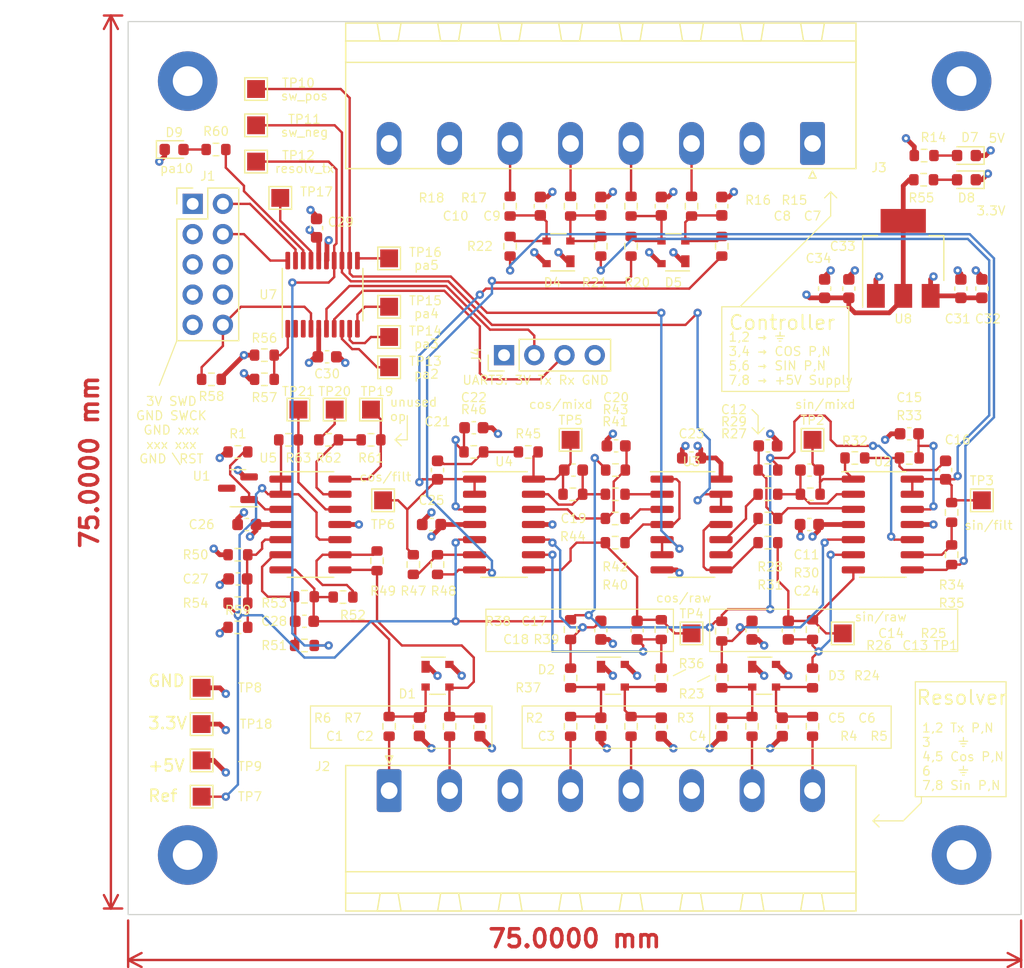
<source format=kicad_pcb>
(kicad_pcb (version 20221018) (generator pcbnew)
  (layers (0 "F.Cu" signal) (1 "In1.Cu" signal) (2 "In2.Cu" signal) (31 "B.Cu" signal) (34 "B.Paste" user) (35 "F.Paste" user) (36 "B.SilkS" user "B.Silkscreen") (37 "F.SilkS" user "F.Silkscreen") (38 "B.Mask" user) (39 "F.Mask" user) (44 "Edge.Cuts" user))
  (net 0 "")
  (net 1 "/ESD_TXP")
  (net 2 "GND")
  (net 3 "/ESD_TXN")
  (net 4 "/ESD_RCP")
  (net 5 "/ESD_RCN")
  (net 6 "/ESD_RSP")
  (net 7 "/ESD_RSN")
  (net 8 "/ESD_COSP")
  (net 9 "/ESD_COSN")
  (net 10 "/ESD_SINP")
  (net 11 "/ESD_SINN")
  (net 12 "Net-(U2B--)")
  (net 13 "Net-(C11-Pad2)")
  (net 14 "Net-(U2B-+)")
  (net 15 "Net-(U2A--)")
  (net 16 "Net-(C13-Pad2)")
  (net 17 "Net-(U2A-+)")
  (net 18 "/OUT_SIN_P")
  (net 19 "Net-(C16-Pad2)")
  (net 20 "Net-(C17-Pad2)")
  (net 21 "Net-(U4A-+)")
  (net 22 "Net-(U4B--)")
  (net 23 "Net-(C19-Pad2)")
  (net 24 "/OUT_COS_P")
  (net 25 "Net-(C21-Pad2)")
  (net 26 "Net-(U4C-+)")
  (net 27 "+5V")
  (net 28 "Net-(U5B-+)")
  (net 29 "Net-(U5B--)")
  (net 30 "Net-(D7-A)")
  (net 31 "Net-(J2-Pin_1)")
  (net 32 "Net-(J2-Pin_2)")
  (net 33 "Net-(J2-Pin_4)")
  (net 34 "Net-(J2-Pin_5)")
  (net 35 "Net-(J2-Pin_7)")
  (net 36 "Net-(J2-Pin_8)")
  (net 37 "Net-(J3-Pin_3)")
  (net 38 "Net-(J3-Pin_4)")
  (net 39 "Net-(J3-Pin_5)")
  (net 40 "Net-(J3-Pin_6)")
  (net 41 "Net-(U1-K)")
  (net 42 "/OUT_COS_N")
  (net 43 "/OUT_SIN_N")
  (net 44 "/U_REF")
  (net 45 "Net-(R27-Pad1)")
  (net 46 "Net-(R28-Pad1)")
  (net 47 "Net-(R31-Pad2)")
  (net 48 "Net-(R40-Pad2)")
  (net 49 "Net-(R41-Pad1)")
  (net 50 "Net-(R42-Pad1)")
  (net 51 "Net-(U4D--)")
  (net 52 "SW_POS")
  (net 53 "SW_NEG")
  (net 54 "Net-(U2D-+)")
  (net 55 "Net-(U4C--)")
  (net 56 "Net-(U4D-+)")
  (net 57 "Net-(U2C--)")
  (net 58 "Net-(U5C--)")
  (net 59 "/Microprocessor/~{RESET}")
  (net 60 "+3.3V")
  (net 61 "Net-(D8-A)")
  (net 64 "RESOLVER_TX")
  (net 65 "Net-(U7-BOOT0)")
  (net 66 "/Microprocessor/SWDIO")
  (net 67 "/Microprocessor/SWCK")
  (net 71 "Net-(D9-A)")
  (net 72 "Net-(U7-PA10)")
  (net 73 "Net-(U7-PA2)")
  (net 74 "Net-(U7-PA3)")
  (net 75 "Net-(U7-PA4)")
  (net 76 "Net-(U7-PA5)")
  (net 77 "/Microprocessor/USART4_TX")
  (net 78 "/Microprocessor/USART4_RX")
  (net 79 "Net-(U7-PA9)")
  (net 80 "Net-(U5D--)")
  (net 81 "Net-(R61-Pad2)")
  (net 82 "Net-(R62-Pad1)")
  (net 83 "Net-(U5D-+)")
  (footprint "Resistor_SMD:R_0603_1608Metric" (layer "F.Cu") (at 133.604 136.144 180)
    (fp_text reference "R45")
    (fp_text value "1k")
  )
  (footprint "Resistor_SMD:R_0603_1608Metric" (layer "F.Cu") (at 153.733 141.732)
    (fp_text reference "R28")
    (fp_text value "1k")
  )
  (footprint "Capacitor_SMD:C_0603_1608Metric" (layer "F.Cu") (at 149.86 115.507 90)
    (fp_text reference "C7")
    (fp_text value "1n0")
  )
  (footprint "Resistor_SMD:R_0603_1608Metric" (layer "F.Cu") (at 157.48 151.067 90)
    (fp_text reference "R25")
    (fp_text value "1k")
  )
  (footprint "Resistor_SMD:R_0603_1608Metric" (layer "F.Cu") (at 142.24 159.195 90)
    (fp_text reference "R3")
    (fp_text value "1k")
  )
  (footprint "Resistor_SMD:R_0603_1608Metric" (layer "F.Cu") (at 109.22 148.844)
    (fp_text reference "R54")
    (fp_text value "1k")
  )
  (footprint "Resistor_SMD:R_0603_1608Metric" (layer "F.Cu") (at 109.22 150.876)
    (fp_text reference "R59")
    (fp_text value "2k")
  )
  (footprint "Resistor_SMD:R_0603_1608Metric" (layer "F.Cu") (at 169.164 141.224 -90)
    (fp_text reference "R34")
    (fp_text value "1k")
  )
  (footprint "Capacitor_SMD:C_0603_1608Metric" (layer "F.Cu") (at 116.713 128.156 180)
    (fp_text reference "C30")
    (fp_text value "100n")
  )
  (footprint "Resistor_SMD:R_0603_1608Metric" (layer "F.Cu") (at 125.984 145.605 -90)
    (fp_text reference "R48")
    (fp_text value "1k")
  )
  (footprint "Resistor_SMD:R_0603_1608Metric" (layer "F.Cu") (at 109.22 136.144)
    (fp_text reference "R1")
    (fp_text value "1k")
  )
  (footprint "Capacitor_SMD:C_0603_1608Metric" (layer "F.Cu") (at 115.824 117.348 90)
    (fp_text reference "C29")
    (fp_text value "100n")
  )
  (footprint "Package_SO:SOIC-14_3.9x8.7mm_P1.27mm" (layer "F.Cu") (at 115.316 142.24)
    (fp_text reference "U5")
    (fp_text value "MCP6484")
  )
  (footprint "LED_SMD:LED_0603_1608Metric" (layer "F.Cu") (at 103.8605 110.744)
    (fp_text reference "D9")
    (fp_text value "LED_Small")
  )
  (footprint "Resistor_SMD:R_0603_1608Metric" (layer "F.Cu") (at 157.48 155.131 90)
    (fp_text reference "R24")
    (fp_text value "1k")
  )
  (footprint "Capacitor_SMD:C_0603_1608Metric" (layer "F.Cu") (at 109.969 142.24 180)
    (fp_text reference "C26")
    (fp_text value "100n")
  )
  (footprint "Capacitor_SMD:C_0603_1608Metric" (layer "F.Cu") (at 149.86 159.245 -90)
    (fp_text reference "C5")
    (fp_text value "1n0")
  )
  (footprint "Package_SO:TSSOP-20_4.4x6.5mm_P0.65mm" (layer "F.Cu") (at 116.332 122.936 90)
    (fp_text reference "U7")
    (fp_text value "STM32F030F4Px")
  )
  (footprint "Capacitor_SMD:C_0603_1608Metric" (layer "F.Cu") (at 139.7 159.245 -90)
    (fp_text reference "C3")
    (fp_text value "1n0")
  )
  (footprint "TestPoint:TestPoint_Pad_1.5x1.5mm" (layer "F.Cu") (at 157.48 135.128)
    (fp_text reference "TP2")
    (fp_text value "TestPoint")
  )
  (footprint "Package_SO:SOIC-14_3.9x8.7mm_P1.27mm" (layer "F.Cu") (at 131.572 142.24)
    (fp_text reference "U4")
    (fp_text value "MCP6484")
  )
  (footprint "Resistor_SMD:R_0603_1608Metric" (layer "F.Cu") (at 142.24 118.872 90)
    (fp_text reference "R20")
    (fp_text value "1k")
  )
  (footprint "Capacitor_SMD:C_0603_1608Metric" (layer "F.Cu") (at 139.7 115.507 90)
    (fp_text reference "C9")
    (fp_text value "1n0")
  )
  (footprint "TestPoint:TestPoint_Pad_1.5x1.5mm" (layer "F.Cu") (at 160.02 151.384)
    (fp_text reference "TP1")
    (fp_text value "TestPoint")
  )
  (footprint "Capacitor_SMD:C_0603_1608Metric" (layer "F.Cu") (at 171.704 122.428 90)
    (fp_text reference "C32")
    (fp_text value "100n")
  )
  (footprint "Resistor_SMD:R_0603_1608Metric" (layer "F.Cu") (at 147.32 115.507 90)
    (fp_text reference "R15")
    (fp_text value "1k")
  )
  (footprint "Resistor_SMD:R_0603_1608Metric" (layer "F.Cu") (at 153.733 137.668 180)
    (fp_text reference "R29")
    (fp_text value "1k")
  )
  (footprint "Resistor_SMD:R_0603_1608Metric" (layer "F.Cu") (at 109.22 144.78)
    (fp_text reference "R50")
    (fp_text value "2k")
  )
  (footprint "MountingHole:MountingHole_2.5mm_Pad" (layer "F.Cu") (at 170 105)
    (fp_text reference "H3" hide)
    (fp_text value "MountingHole_Pad" hide)
  )
  (footprint "Package_TO_SOT_SMD:SOT-223-3_TabPin2" (layer "F.Cu") (at 165.1 119.888 90)
    (fp_text reference "U8")
    (fp_text value "AP1117-33")
  )
  (footprint "Resistor_SMD:R_0603_1608Metric" (layer "F.Cu") (at 161.036 136.652)
    (fp_text reference "R32")
    (fp_text value "1k")
  )
  (footprint "Resistor_SMD:R_0603_1608Metric" (layer "F.Cu") (at 120.904 145.288 -90)
    (fp_text reference "R49")
    (fp_text value "1k")
  )
  (footprint "TestPoint:TestPoint_Pad_1.5x1.5mm" (layer "F.Cu") (at 106.172 159.004)
    (fp_text reference "TP18")
    (fp_text value "TestPoint")
  )
  (footprint "Resistor_SMD:R_0603_1608Metric" (layer "F.Cu") (at 152.4 159.195 90)
    (fp_text reference "R4")
    (fp_text value "1k")
  )
  (footprint "MountingHole:MountingHole_2.5mm_Pad" (layer "F.Cu") (at 170 170)
    (fp_text reference "H2" hide)
    (fp_text value "MountingHole_Pad" hide)
  )
  (footprint "Resistor_SMD:R_0603_1608Metric" (layer "F.Cu") (at 137.351 139.7 180)
    (fp_text reference "R44")
    (fp_text value "1k")
  )
  (footprint "TestPoint:TestPoint_Pad_1.5x1.5mm" (layer "F.Cu") (at 110.744 108.712)
    (fp_text reference "TP11")
    (fp_text value "TestPoint")
  )
  (footprint "Connector_PinHeader_2.54mm:PinHeader_2x05_P2.54mm_Vertical" (layer "F.Cu") (at 105.4195 115.311)
    (fp_text reference "J1")
    (fp_text value "Conn_ARM_JTAG_SWD_10")
  )
  (footprint "Package_TO_SOT_SMD:SOT-143" (layer "F.Cu") (at 125.984 154.94)
    (fp_text reference "D1")
    (fp_text value "PRTR5V0U2X")
  )
  (footprint "Resistor_SMD:R_0603_1608Metric" (layer "F.Cu") (at 153.733 139.7)
    (fp_text reference "R27")
    (fp_text value "1k")
  )
  (footprint "Capacitor_SMD:C_0603_1608Metric" (layer "F.Cu") (at 169.939 122.428 90)
    (fp_text reference "C31")
    (fp_text value "10u")
  )
  (footprint "TestPoint:TestPoint_Pad_1.5x1.5mm" (layer "F.Cu") (at 121.92 129.032)
    (fp_text reference "TP13")
    (fp_text value "TestPoint")
  )
  (footprint "Capacitor_SMD:C_0603_1608Metric" (layer "F.Cu") (at 165.608 134.62)
    (fp_text reference "C15")
    (fp_text value "1n0")
  )
  (footprint "LED_SMD:LED_0603_1608Metric" (layer "F.Cu") (at 170.4085 113.284 180)
    (fp_text reference "D8")
    (fp_text value "LED_Small")
  )
  (footprint "TestPoint:TestPoint_Pad_1.5x1.5mm" (layer "F.Cu") (at 121.412 140.208)
    (fp_text reference "TP6")
    (fp_text value "TestPoint")
  )
  (footprint "Resistor_SMD:R_0603_1608Metric" (layer "F.Cu") (at 123.952 145.605 -90)
    (fp_text reference "R47")
    (fp_text value "1k")
  )
  (footprint "Capacitor_SMD:C_0603_1608Metric" (layer "F.Cu") (at 154.94 159.245 -90)
    (fp_text reference "C6")
    (fp_text value "1n0")
  )
  (footprint "Capacitor_SMD:C_0603_1608Metric" (layer "F.Cu") (at 160.528 122.428 90)
    (fp_text reference "C33")
    (fp_text value "100n")
  )
  (footprint "Package_TO_SOT_SMD:SOT-143" (layer "F.Cu") (at 136.144 119.38 180)
    (fp_text reference "D4")
    (fp_text value "PRTR5V0U2X")
  )
  (footprint "Resistor_SMD:R_0603_1608Metric" (layer "F.Cu") (at 137.16 159.195 90)
    (fp_text reference "R2")
    (fp_text value "1k")
  )
  (footprint "Resistor_SMD:R_0603_1608Metric" (layer "F.Cu") (at 149.86 151.193 -90)
    (fp_text reference "R26")
    (fp_text value "1k")
  )
  (footprint "Connector_Phoenix_MSTB:PhoenixContact_MSTBA_2,5_8-G-5,08_1x08_P5.08mm_Horizontal" (layer "F.Cu") (at 121.92 164.592)
    (fp_text reference "J2")
    (fp_text value "Screw_Terminal_01x08")
  )
  (footprint "TestPoint:TestPoint_Pad_1.5x1.5mm" (layer "F.Cu") (at 147.32 151.384)
    (fp_text reference "TP4")
    (fp_text value "TestPoint")
  )
  (footprint "TestPoint:TestPoint_Pad_1.5x1.5mm" (layer "F.Cu") (at 110.744 105.664)
    (fp_text reference "TP10")
    (fp_text value "TestPoint")
  )
  (footprint "Resistor_SMD:R_0603_1608Metric" (layer "F.Cu") (at 111.443 128.016)
    (fp_text reference "R56")
    (fp_text value "1k")
  )
  (footprint "Capacitor_SMD:C_0603_1608Metric" (layer "F.Cu") (at 109.22 146.812)
    (fp_text reference "C27")
    (fp_text value "1n0")
  )
  (footprint "Resistor_SMD:R_0603_1608Metric" (layer "F.Cu") (at 142.24 115.507 90)
    (fp_text reference "R16")
    (fp_text value "1k")
  )
  (footprint "Resistor_SMD:R_0603_1608Metric" (layer "F.Cu") (at 114.808 148.306)
    (fp_text reference "R53")
    (fp_text value "1k")
  )
  (footprint "Resistor_SMD:R_0603_1608Metric" (layer "F.Cu") (at 140.907 141.732 180)
    (fp_text reference "R42")
    (fp_text value "1k")
  )
  (footprint "TestPoint:TestPoint_Pad_1.5x1.5mm" (layer "F.Cu") (at 106.172 162.052)
    (fp_text reference "TP9")
    (fp_text value "TestPoint")
  )
  (footprint "Resistor_SMD:R_0603_1608Metric" (layer "F.Cu") (at 165.608 136.652)
    (fp_text reference "R33")
    (fp_text value "1k")
  )
  (footprint "Resistor_SMD:R_0603_1608Metric" (layer "F.Cu") (at 121.92 159.195 90)
    (fp_text reference "R6")
    (fp_text value "27R")
  )
  (footprint "TestPoint:TestPoint_Pad_1.5x1.5mm" (layer "F.Cu") (at 121.92 126.492)
    (fp_text reference "TP14")
    (fp_text value "TestPoint")
  )
  (footprint "Capacitor_SMD:C_0603_1608Metric" (layer "F.Cu") (at 124.46 159.225 -90)
    (fp_text reference "C1")
    (fp_text value "1n0")
  )
  (footprint "Capacitor_SMD:C_0603_1608Metric" (layer "F.Cu") (at 158.496 122.428 90)
    (fp_text reference "C34")
    (fp_text value "10u")
  )
  (footprint "Resistor_SMD:R_0603_1608Metric" (layer "F.Cu") (at 144.78 155.131 90)
    (fp_text reference "R36")
    (fp_text value "1k")
  )
  (footprint "TestPoint:TestPoint_Pad_1.5x1.5mm" (layer "F.Cu") (at 121.92 123.952)
    (fp_text reference "TP15")
    (fp_text value "TestPoint")
  )
  (footprint "Package_TO_SOT_SMD:SOT-143" (layer "F.Cu") (at 145.796 119.38 180)
    (fp_text reference "D5")
    (fp_text value "PRTR5V0U2X")
  )
  (footprint "Capacitor_SMD:C_0603_1608Metric" (layer "F.Cu") (at 147.32 136.652 180)
    (fp_text reference "C23")
    (fp_text value "100n")
  )
  (footprint "TestPoint:TestPoint_Pad_1.5x1.5mm" (layer "F.Cu") (at 137.16 135.128)
    (fp_text reference "TP5")
    (fp_text value "TestPoint")
  )
  (footprint "Resistor_SMD:R_0603_1608Metric" (layer "F.Cu") (at 132.08 115.507 90)
    (fp_text reference "R18")
    (fp_text value "1k")
  )
  (footprint "Capacitor_SMD:C_0603_1608Metric" (layer "F.Cu") (at 157.213 142.24 180)
    (fp_text reference "C24")
    (fp_text value "100n")
  )
  (footprint "Capacitor_SMD:C_0603_1608Metric" (layer "F.Cu") (at 137.401 137.668 180)
    (fp_text reference "C19")
    (fp_text value "1n0")
  )
  (footprint "Resistor_SMD:R_0603_1608Metric" (layer "F.Cu") (at 140.907 139.7 180)
    (fp_text reference "R41")
    (fp_text value "1k")
  )
  (footprint "Resistor_SMD:R_0603_1608Metric" (layer "F.Cu") (at 139.7 118.872 90)
    (fp_text reference "R21")
    (fp_text value "1k")
  )
  (footprint "Resistor_SMD:R_0603_1608Metric" (layer "F.Cu") (at 140.933 137.668)
    (fp_text reference "R43")
    (fp_text value "1k")
  )
  (footprint "Capacitor_SMD:C_0603_1608Metric" (layer "F.Cu") (at 157.239 137.668)
    (fp_text reference "C11")
    (fp_text value "1n0")
  )
  (footprint "TestPoint:TestPoint_Pad_1.5x1.5mm" (layer "F.Cu") (at 120.396 132.588)
    (fp_text reference "TP19")
    (fp_text value "TestPoint")
  )
  (footprint "Resistor_SMD:R_0603_1608Metric" (layer "F.Cu") (at 106.997 130.048 180)
    (fp_text reference "R58")
    (fp_text value "1k")
  )
  (footprint "MountingHole:MountingHole_2.5mm_Pad" (layer "F.Cu") (at 105 170)
    (fp_text reference "H1" hide)
    (fp_text value "MountingHole_Pad" hide)
  )
  (footprint "Connector_PinHeader_2.54mm:PinHeader_1x04_P2.54mm_Vertical" (layer "F.Cu") (at 131.572 128.016 90)
    (fp_text reference "J4")
    (fp_text value "Conn_01x04")
  )
  (footprint "TestPoint:TestPoint_Pad_1.5x1.5mm" (layer "F.Cu") (at 110.744 111.76)
    (fp_text reference "TP12")
    (fp_text value "TestPoint")
  )
  (footprint "Package_SO:SOIC-14_3.9x8.7mm_P1.27mm" (layer "F.Cu") (at 147.32 142.24)
    (fp_text reference "U3")
    (fp_text value "4066")
  )
  (footprint "Capacitor_SMD:C_0603_1608Metric" (layer "F.Cu") (at 125.984 137.668 90)
    (fp_text reference "C21")
    (fp_text value "1n0")
  )
  (footprint "Capacitor_SMD:C_0603_1608Metric" (layer "F.Cu") (at 152.4 151.117 90)
    (fp_text reference "C14")
    (fp_text value "1n0")
  )
  (footprint "Capacitor_SMD:C_0603_1608Metric" (layer "F.Cu") (at 129.032 134.112 180)
    (fp_text reference "C22")
    (fp_text value "1n0")
  )
  (footprint "Resistor_SMD:R_0603_1608Metric" (layer "F.Cu") (at 127 159.195 90)
    (fp_text reference "R7")
    (fp_text value "27R")
  )
  (footprint "Capacitor_SMD:C_0603_1608Metric" (layer "F.Cu") (at 168.656 137.668 90)
    (fp_text reference "C16")
    (fp_text value "1n0")
  )
  (footprint "Resistor_SMD:R_0603_1608Metric" (layer "F.Cu") (at 166.815 113.284)
    (fp_text reference "R55")
    (fp_text value "1k")
  )
  (footprint "Resistor_SMD:R_0603_1608Metric" (layer "F.Cu") (at 132.08 118.872 90)
    (fp_text reference "R22")
    (fp_text value "1k")
  )
  (footprint "Resistor_SMD:R_0603_1608Metric" (layer "F.Cu") (at 169.164 144.78 -90)
    (fp_text reference "R35")
    (fp_text value "1k")
  )
  (footprint "Capacitor_SMD:C_0603_1608Metric" (layer "F.Cu") (at 134.62 115.507 90)
    (fp_text reference "C10")
    (fp_text value "1n0")
  )
  (footprint "MountingHole:MountingHole_2.5mm_Pad" (layer "F.Cu") (at 105 105)
    (fp_text reference "H4" hide)
    (fp_text value "MountingHole_Pad" hide)
  )
  (footprint "Package_TO_SOT_SMD:SOT-143" (layer "F.Cu") (at 140.716 154.94)
    (fp_text reference "D2")
    (fp_text value "PRTR5V0U2X")
  )
  (footprint "Package_TO_SOT_SMD:SOT-143" (layer "F.Cu") (at 153.416 154.94)
    (fp_text reference "D3")
    (fp_text value "PRTR5V0U2X")
  )
  (footprint "Resistor_SMD:R_0603_1608Metric" (layer "F.Cu") (at 118.047 148.336)
    (fp_text reference "R52")
    (fp_text value "1k")
  )
  (footprint "Resistor_SMD:R_0603_1608Metric" (layer "F.Cu") (at 120.396 135.128)
    (fp_text reference "R61")
    (fp_text value "1k")
  )
  (footprint "Resistor_SMD:R_0603_1608Metric" (layer "F.Cu") (at 157.48 159.195 90)
    (fp_text reference "R5")
    (fp_text value "1k")
  )
  (footprint "TestPoint:TestPoint_Pad_1.5x1.5mm" (layer "F.Cu") (at 117.348 132.588)
    (fp_text reference "TP20")
    (fp_text value "TestPoint")
  )
  (footprint "Capacitor_SMD:C_0603_1608Metric" (layer "F.Cu") (at 139.7 151.117 90)
    (fp_text reference "C18")
    (fp_text value "1n0")
  )
  (footprint "TestPoint:TestPoint_Pad_1.5x1.5mm" (layer "F.Cu") (at 112.776 114.808 90)
    (fp_text reference "TP17")
    (fp_text value "TestPoint")
  )
  (footprint "Capacitor_SMD:C_0603_1608Metric" (layer "F.Cu") (at 129.54 159.245 -90)
    (fp_text reference "C2")
    (fp_text value "1n0")
  )
  (footprint "Resistor_SMD:R_0603_1608Metric" (layer "F.Cu") (at 149.86 118.872 90)
    (fp_text reference "R19" hide)
    (fp_text value "1k")
  )
  (footprint "Resistor_SMD:R_0603_1608Metric" (layer "F.Cu") (at 111.443 130.048)
    (fp_text reference "R57")
    (fp_text value "1k")
  )
  (footprint "TestPoint:TestPoint_Pad_1.5x1.5mm" (layer "F.Cu") (at 114.3 132.588)
    (fp_text reference "TP21")
    (fp_text value "TestPoint")
  )
  (footprint "Resistor_SMD:R_0603_1608Metric" (layer "F.Cu") (at 129.032 136.144 180)
    (fp_text reference "R46")
    (fp_text value "1k")
  )
  (footprint "LED_SMD:LED_0603_1608Metric" (layer "F.Cu") (at 170.4085 111.252 180)
    (fp_text reference "D7")
    (fp_text value "LED_Small")
  )
  (footprint "Resistor_SMD:R_0603_1608Metric" (layer "F.Cu") (at 113.475 135.128)
    (fp_text reference "R63")
    (fp_text value "1k")
  )
  (footprint "Resistor_SMD:R_0603_1608Metric" (layer "F.Cu") (at 114.808 152.4 180)
    (fp_text reference "R51")
    (fp_text value "1k")
  )
  (footprint "TestPoint:TestPoint_Pad_1.5x1.5mm" (layer "F.Cu") (at 106.172 155.956)
    (fp_text reference "TP8")
    (fp_text value "TestPoint")
  )
  (footprint "Resistor_SMD:R_0603_1608Metric" (layer "F.Cu") (at 137.16 155.131 90)
    (fp_text reference "R37")
    (fp_text value "1k")
  )
  (footprint "Resistor_SMD:R_0603_1608Metric" (layer "F.Cu") (at 153.733 143.764 180)
    (fp_text reference "R31")
    (fp_text value "1k")
  )
  (footprint "Resistor_SMD:R_0603_1608Metric" (layer "F.Cu") (at 166.8525 111.252)
    (fp_text reference "R14")
    (fp_text value "1k")
  )
  (footprint "TestPoint:TestPoint_Pad_1.5x1.5mm" (layer "F.Cu") (at 171.704 140.208)
    (fp_text reference "TP3")
    (fp_text value "TestPoint")
  )
  (footprint "Package_TO_SOT_SMD:SOT-23" (layer "F.Cu") (at 109.22 139.192 180)
    (fp_text reference "U1")
    (fp_text value "LM4040DBZ-2.5")
  )
  (footprint "TestPoint:TestPoint_Pad_1.5x1.5mm" (layer "F.Cu") (at 121.92 119.888)
    (fp_text reference "TP16")
    (fp_text value "TestPoint")
  )
  (footprint "Package_SO:SOIC-14_3.9x8.7mm_P1.27mm" (layer "F.Cu") (at 163.385 142.24)
    (fp_text reference "U2")
    (fp_text value "MCP6484")
  )
  (footprint "Resistor_SMD:R_0603_1608Metric" (layer "F.Cu") (at 137.16 115.507 90)
    (fp_text reference "R17")
    (fp_text value "1k")
  )
  (footprint "Resistor_SMD:R_0603_1608Metric" (layer "F.Cu") (at 140.907 143.764)
    (fp_text reference "R40")
    (fp_text value "1k")
  )
  (footprint "Capacitor_SMD:C_0603_1608Metric" (layer "F.Cu") (at 155.448 151.117 90)
    (fp_text reference "C13")
    (fp_text value "1n0")
  )
  (footprint "Capacitor_SMD:C_0603_1608Metric" (layer "F.Cu") (at 125.476 142.24 180)
    (fp_text reference "C25")
    (fp_text value "100n")
  )
  (footprint "Resistor_SMD:R_0603_1608Metric" (layer "F.Cu") (at 149.86 155.131 90)
    (fp_text reference "R23")
    (fp_text value "1k")
  )
  (footprint "TestPoint:TestPoint_Pad_1.5x1.5mm" (layer "F.Cu") (at 106.172 165.1)
    (fp_text reference "TP7")
    (fp_text value "TestPoint")
  )
  (footprint "Capacitor_SMD:C_0603_1608Metric" (layer "F.Cu") (at 153.733 135.636 180)
    (fp_text reference "C12")
    (fp_text value "1n0")
  )
  (footprint "Resistor_SMD:R_0603_1608Metric" (layer "F.Cu") (at 157.289 139.7)
    (fp_text reference "R30")
    (fp_text value "1k")
  )
  (footprint "Connector_Phoenix_MSTB:PhoenixContact_MSTBA_2,5_8-G-5,08_1x08_P5.08mm_Horizontal" (layer "F.Cu") (at 157.48 110.236 180)
    (fp_text reference "J3")
    (fp_text value "Screw_Terminal_01x08")
  )
  (footprint "Resistor_SMD:R_0603_1608Metric" (layer "F.Cu") (at 107.379 110.744 180)
    (fp_text reference "R60")
    (fp_text value "1k")
  )
  (footprint "Resistor_SMD:R_0603_1608Metric" (layer "F.Cu") (at 137.16 151.067 -90)
    (fp_text reference "R38")
    (fp_text value "1k")
  )
  (footprint "Resistor_SMD:R_0603_1608Metric" (layer "F.Cu") (at 116.84 135.128)
    (fp_text reference "R62")
    (fp_text value "1k")
  )
  (footprint "Resistor_SMD:R_0603_1608Metric" (layer "F.Cu") (at 144.78 151.067 90)
    (fp_text reference "R39")
    (fp_text value "1k")
  )
  (footprint "Capacitor_SMD:C_0603_1608Metric" (layer "F.Cu") (at 144.78 159.245 -90)
    (fp_text reference "C4")
    (fp_text value "1n0")
  )
  (footprint "Capacitor_SMD:C_0603_1608Metric" (layer "F.Cu") (at 142.748 151.117 90)
    (fp_text reference "C17")
    (fp_text value "1n0")
  )
  (footprint "Capacitor_SMD:C_0603_1608Metric" (layer "F.Cu") (at 140.983 135.636)
    (fp_text reference "C20")
    (fp_text value "1n0")
  )
  (footprint "Capacitor_SMD:C_0603_1608Metric" (layer "F.Cu") (at 144.78 115.507 90)
    (fp_text reference "C8")
    (fp_text value "1n0")
  )
  (footprint "Capacitor_SMD:C_0603_1608Metric" (layer "F.Cu") (at 114.808 150.368)
    (fp_text reference "C28")
    (fp_text value "1n0")
  )
  (gr_line (start 148.844 161.036) (end 133.096 161.036) (stroke (width 0.1)) (layer "F.SilkS"))
  (gr_line (start 130.048 149.352) (end 145.796 149.352) (stroke (width 0.1)) (layer "F.SilkS"))
  (gr_line (start 173.736 165.1) (end 173.736 155.448) (stroke (width 0.1)) (layer "F.SilkS"))
  (gr_line (start 148.844 157.48) (end 164.084 157.48) (stroke (width 0.1)) (layer "F.SilkS"))
  (gr_line (start 166.116 165.1) (end 173.736 165.1) (stroke (width 0.1)) (layer "F.SilkS"))
  (gr_line (start 145.796 149.352) (end 145.796 152.908) (stroke (width 0.1)) (layer "F.SilkS"))
  (gr_line (start 166.624 165.608) (end 165.1 167.132) (stroke (width 0.1)) (layer "F.SilkS"))
  (gr_line (start 122.428 135.128) (end 123.444 135.128) (stroke (width 0.1)) (layer "F.SilkS"))
  (gr_line (start 152.908 133.096) (end 152.908 134.62) (stroke (width 0.1)) (layer "F.SilkS"))
  (gr_line (start 122.428 135.128) (end 122.936 134.62) (stroke (width 0.1)) (layer "F.SilkS"))
  (gr_line (start 162.56 167.132) (end 163.068 166.624) (stroke (width 0.1)) (layer "F.SilkS"))
  (gr_line (start 149.86 123.952) (end 160.528 123.952) (stroke (width 0.1)) (layer "F.SilkS"))
  (gr_line (start 148.844 149.352) (end 169.672 149.352) (stroke (width 0.1)) (layer "F.SilkS"))
  (gr_line (start 148.844 152.908) (end 148.844 149.352) (stroke (width 0.1)) (layer "F.SilkS"))
  (gr_line (start 159.004 116.332) (end 159.004 114.3) (stroke (width 0.1)) (layer "F.SilkS"))
  (gr_line (start 122.428 135.128) (end 122.936 135.636) (stroke (width 0.1)) (layer "F.SilkS"))
  (gr_line (start 133.096 157.48) (end 148.844 157.48) (stroke (width 0.1)) (layer "F.SilkS"))
  (gr_line (start 133.096 161.036) (end 133.096 157.48) (stroke (width 0.1)) (layer "F.SilkS"))
  (gr_line (start 102.616 130.556) (end 104.0895 126.801) (stroke (width 0.1)) (layer "F.SilkS"))
  (gr_line (start 159.004 114.3) (end 158.496 114.808) (stroke (width 0.1)) (layer "F.SilkS"))
  (gr_line (start 149.86 131.064) (end 149.86 123.952) (stroke (width 0.1)) (layer "F.SilkS"))
  (gr_line (start 115.316 157.48) (end 130.556 157.48) (stroke (width 0.1)) (layer "F.SilkS"))
  (gr_line (start 166.116 155.448) (end 166.116 165.1) (stroke (width 0.1)) (layer "F.SilkS"))
  (gr_line (start 130.048 152.908) (end 130.048 149.352) (stroke (width 0.1)) (layer "F.SilkS"))
  (gr_line (start 130.556 157.48) (end 130.556 161.036) (stroke (width 0.1)) (layer "F.SilkS"))
  (gr_line (start 123.444 135.128) (end 123.444 133.096) (stroke (width 0.1)) (layer "F.SilkS"))
  (gr_line (start 164.084 161.036) (end 148.844 161.036) (stroke (width 0.1)) (layer "F.SilkS"))
  (gr_line (start 169.672 149.352) (end 169.672 152.908) (stroke (width 0.1)) (layer "F.SilkS"))
  (gr_line (start 148.844 157.48) (end 148.844 161.036) (stroke (width 0.1)) (layer "F.SilkS"))
  (gr_line (start 115.316 161.036) (end 115.316 157.48) (stroke (width 0.1)) (layer "F.SilkS"))
  (gr_line (start 146.812 154.432) (end 145.796 154.94) (stroke (width 0.1)) (layer "F.SilkS"))
  (gr_line (start 160.528 123.952) (end 160.528 131.064) (stroke (width 0.1)) (layer "F.SilkS"))
  (gr_line (start 151.384 123.952) (end 159.004 116.332) (stroke (width 0.1)) (layer "F.SilkS"))
  (gr_line (start 152.4 132.588) (end 152.908 133.096) (stroke (width 0.1)) (layer "F.SilkS"))
  (gr_line (start 164.084 157.48) (end 164.084 161.036) (stroke (width 0.1)) (layer "F.SilkS"))
  (gr_line (start 130.556 161.036) (end 115.316 161.036) (stroke (width 0.1)) (layer "F.SilkS"))
  (gr_line (start 160.528 131.064) (end 149.86 131.064) (stroke (width 0.1)) (layer "F.SilkS"))
  (gr_line (start 152.908 134.62) (end 153.416 134.112) (stroke (width 0.1)) (layer "F.SilkS"))
  (gr_line (start 165.1 167.132) (end 162.56 167.132) (stroke (width 0.1)) (layer "F.SilkS"))
  (gr_line (start 169.672 152.908) (end 148.844 152.908) (stroke (width 0.1)) (layer "F.SilkS"))
  (gr_line (start 159.004 114.3) (end 159.512 114.808) (stroke (width 0.1)) (layer "F.SilkS"))
  (gr_line (start 173.736 155.448) (end 166.116 155.448) (stroke (width 0.1)) (layer "F.SilkS"))
  (gr_line (start 152.908 134.62) (end 152.4 134.112) (stroke (width 0.1)) (layer "F.SilkS"))
  (gr_line (start 145.796 152.908) (end 130.048 152.908) (stroke (width 0.1)) (layer "F.SilkS"))
  (gr_line (start 147.828 155.448) (end 148.844 154.94) (stroke (width 0.1)) (layer "F.SilkS"))
  (gr_line (start 166.624 165.1) (end 166.624 165.608) (stroke (width 0.1)) (layer "F.SilkS"))
  (gr_line (start 162.56 167.132) (end 163.068 167.64) (stroke (width 0.1)) (layer "F.SilkS"))
  (gr_rect locked (start 100 100) (end 175 175) (stroke (width 0.1)) (fill none) (layer "Edge.Cuts"))
  (gr_text "GND" (at 101.6 155.956) (layer "F.SilkS") (effects (font (size 1 1)) (justify left bottom)))
  (gr_text "UART3: 3V Tx Rx GND" (at 128.016 130.556) (layer "F.SilkS") (effects (font (size 0.75 0.75) (thickness 0.1)) (justify left bottom)))
  (gr_text "sin/raw" (at 160.97 150.434) (layer "F.SilkS") (effects (font (size 0.75 0.75) (thickness 0.1)) (justify left bottom)))
  (gr_text "pa5" (at 123.952 120.904) (layer "F.SilkS") (effects (font (size 0.75 0.75) (thickness 0.1)) (justify left bottom)))
  (gr_text "5V" (at 172.212 110.236) (layer "F.SilkS") (effects (font (size 0.75 0.75) (thickness 0.1)) (justify left bottom)))
  (gr_text "3.3V" (at 171.196 116.332) (layer "F.SilkS") (effects (font (size 0.75 0.75) (thickness 0.1)) (justify left bottom)))
  (gr_text "Resolver" (at 166.116 157.48) (layer "F.SilkS") (effects (font (size 1.2 1.2)) (justify left bottom)))
  (gr_text "cos/filt" (at 119.38 138.684) (layer "F.SilkS") (effects (font (size 0.75 0.75) (thickness 0.1)) (justify left bottom)))
  (gr_text "3.3V" (at 101.6 159.512) (layer "F.SilkS") (effects (font (size 1 1)) (justify left bottom)))
  (gr_text "1,2 → ⏚ \n3,4 → COS P,N\n5,6 → SIN P,N\n7,8 → +5V Supply" (at 150.368 130.556) (layer "F.SilkS") (effects (font (size 0.75 0.75) (thickness 0.1)) (justify left bottom)))
  (gr_text "cos/mixd" (at 133.604 132.588) (layer "F.SilkS") (effects (font (size 0.75 0.75) (thickness 0.1)) (justify left bottom)))
  (gr_text "+5V" (at 101.6 163.068) (layer "F.SilkS") (effects (font (size 1 1)) (justify left bottom)))
  (gr_text "pa2" (at 123.952 130.048) (layer "F.SilkS") (effects (font (size 0.75 0.75) (thickness 0.1)) (justify left bottom)))
  (gr_text "resolv_tx" (at 112.268 112.776) (layer "F.SilkS") (effects (font (size 0.75 0.75) (thickness 0.1)) (justify left bottom)))
  (gr_text "3V SWD\nGND SWCK\nGND xxx\nxxx xxx\nGND \\RST" (at 103.632 137.16) (layer "F.SilkS") (effects (font (size 0.75 0.75) (thickness 0.1)) (justify bottom)))
  (gr_text "sin/mixd" (at 155.956 132.588) (layer "F.SilkS") (effects (font (size 0.75 0.75) (thickness 0.1)) (justify left bottom)))
  (gr_text "unused\nop" (at 121.92 133.604) (layer "F.SilkS") (effects (font (size 0.75 0.75) (thickness 0.1)) (justify left bottom)))
  (gr_text "sw_pos" (at 112.776 106.68) (layer "F.SilkS") (effects (font (size 0.75 0.75) (thickness 0.1)) (justify left bottom)))
  (gr_text "pa10" (at 102.616 112.776) (layer "F.SilkS") (effects (font (size 0.75 0.75) (thickness 0.1)) (justify left bottom)))
  (gr_text "Ref" (at 101.6 165.608) (layer "F.SilkS") (effects (font (size 1 1)) (justify left bottom)))
  (gr_text "1,2 Tx P,N\n3    ⏚\n4,5 Cos P,N\n6    ⏚\n7,8 Sin P,N" (at 166.624 164.592) (layer "F.SilkS") (effects (font (size 0.75 0.75) (thickness 0.1)) (justify left bottom)))
  (gr_text "Controller" (at 150.368 125.984) (layer "F.SilkS") (effects (font (size 1.2 1.2)) (justify left bottom)))
  (gr_text "pa4" (at 123.952 124.968) (layer "F.SilkS") (effects (font (size 0.75 0.75) (thickness 0.1)) (justify left bottom)))
  (gr_text "pa3" (at 123.952 127.508) (layer "F.SilkS") (effects (font (size 0.75 0.75) (thickness 0.1)) (justify left bottom)))
  (gr_text "sw_neg" (at 112.776 109.728) (layer "F.SilkS") (effects (font (size 0.75 0.75) (thickness 0.1)) (justify left bottom)))
  (gr_text "cos/raw" (at 144.272 148.844) (layer "F.SilkS") (effects (font (size 0.75 0.75) (thickness 0.1)) (justify left bottom)))
  (gr_text "sin/filt" (at 170.18 142.748) (layer "F.SilkS") (effects (font (size 0.75 0.75) (thickness 0.1)) (justify left bottom)))
  (dimension (type aligned) (layer "F.Cu") (pts (xy 100 99.492) (xy 100 174.492)) (height 1.447999) (gr_text "75.0000 mm" (at 96.752001 136.992 90) (layer "F.Cu") (effects (font (size 1.5 1.5) (thickness 0.3)))) (format (units 3) (units_format 1) (precision 4)) (style (thickness 0.2) (arrow_length 1.27) (text_position_mode 0) (extension_height 0.58642) (extension_offset 0.5) keep_text_aligned))
  (dimension (type aligned) (layer "F.Cu") (pts (xy 100 175) (xy 175 175)) (height 3.816) (gr_text "75.0000 mm" (at 137.5 177.016) (layer "F.Cu") (effects (font (size 1.5 1.5) (thickness 0.3)))) (format (units 3) (units_format 1) (precision 4)) (style (thickness 0.2) (arrow_length 1.27) (text_position_mode 0) (extension_height 0.58642) (extension_offset 0.5) keep_text_aligned))
  (segment (start 121.92 158.37) (end 124.38 158.37) (width 0.2) (layer "F.Cu") (net 1))
  (segment (start 121.92 158.37) (end 121.92 151.892) (width 0.2) (layer "F.Cu") (net 1))
  (segment (start 114.046 146.05) (end 115.633 147.637) (width 0.2) (layer "F.Cu") (net 1))
  (segment (start 120.396 150.368) (end 115.583 150.368) (width 0.2) (layer "F.Cu") (net 1))
  (segment (start 124.984 155.89) (end 124.984 157.926) (width 0.2) (layer "F.Cu") (net 1))
  (segment (start 121.92 151.892) (end 120.396 150.368) (width 0.2) (layer "F.Cu") (net 1))
  (segment (start 124.984 157.926) (end 124.46 158.45) (width 0.2) (layer "F.Cu") (net 1))
  (segment (start 115.633 147.637) (end 115.633 148.306) (width 0.2) (layer "F.Cu") (net 1))
  (segment (start 117.222 148.336) (end 115.663 148.336) (width 0.2) (layer "F.Cu") (net 1))
  (segment (start 112.841 146.05) (end 114.046 146.05) (width 0.2) (layer "F.Cu") (net 1))
  (segment (start 115.583 150.368) (end 115.583 148.577) (width 0.2) (layer "F.Cu") (net 1))
  (segment (start 146.546 120.13) (end 145.796 119.38) (width 0.4) (layer "F.Cu") (net 2))
  (segment (start 117.791 142.24) (end 119.38 142.24) (width 0.4) (layer "F.Cu") (net 2))
  (segment (start 139.716 154.19) (end 139.966 154.19) (width 0.4) (layer "F.Cu") (net 2))
  (segment (start 110.236 130.048) (end 109.728 129.54) (width 0.4) (layer "F.Cu") (net 2))
  (segment (start 149.86 160.02) (end 148.844 161.036) (width 0.4) (layer "F.Cu") (net 2))
  (segment (start 109.794 138.242) (end 109.22 137.668) (width 0.4) (layer "F.Cu") (net 2))
  (segment (start 103.073 111.303) (end 102.616 111.76) (width 0.4) (layer "F.Cu") (net 2))
  (segment (start 117.729 128.156) (end 118.237 128.664) (width 0.4) (layer "F.Cu") (net 2))
  (segment (start 145.364 114.732) (end 145.796 114.3) (width 0.4) (layer "F.Cu") (net 2))
  (segment (start 140.3495 151.892) (end 140.716 152.2585) (width 0.4) (layer "F.Cu") (net 2))
  (segment (start 106.172 155.448) (end 106.68 155.956) (width 0.4) (layer "F.Cu") (net 2))
  (segment (start 152.4 151.892) (end 152.908 151.892) (width 0.4) (layer "F.Cu") (net 2))
  (segment (start 146.545 136.652) (end 146.545 135.903) (width 0.4) (layer "F.Cu") (net 2))
  (segment (start 139.7 160.02) (end 139.7 160.528) (width 0.4) (layer "F.Cu") (net 2))
  (segment (start 124.46 160.02) (end 125.476 161.036) (width 0.4) (layer "F.Cu") (net 2))
  (segment (start 146.05 146.05) (end 146.304 146.304) (width 0.4) (layer "F.Cu") (net 2))
  (segment (start 139.7 160.528) (end 140.208 161.036) (width 0.4) (layer "F.Cu") (net 2))
  (segment (start 130.048 134.112) (end 130.556 134.112) (width 0.4) (layer "F.Cu") (net 2))
  (segment (start 134.62 114.732) (end 135.204 114.732) (width 0.4) (layer "F.Cu") (net 2))
  (segment (start 172.011 111.252) (end 172.4405 110.8225) (width 0.4) (layer "F.Cu") (net 2))
  (segment (start 146.545 135.903) (end 146.812 135.636) (width 0.4) (layer "F.Cu") (net 2))
  (segment (start 140.208 135.128) (end 140.716 134.62) (width 0.4) (layer "F.Cu") (net 2))
  (segment (start 171.704 121.412) (end 171.196 120.904) (width 0.4) (layer "F.Cu") (net 2))
  (segment (start 152.908 151.892) (end 153.416 152.4) (width 0.4) (layer "F.Cu") (net 2))
  (segment (start 160.528 121.653) (end 160.528 121.412) (width 0.4) (layer "F.Cu") (net 2))
  (segment (start 108.204 146.812) (end 107.696 147.32) (width 0.4) (layer "F.Cu") (net 2))
  (segment (start 115.824 116.332) (end 115.824 116.573) (width 0.4) (layer "F.Cu") (net 2))
  (segment (start 108.204 150.876) (end 107.696 151.384) (width 0.4) (layer "F.Cu") (net 2))
  (segment (start 171.196 113.284) (end 171.704 113.284) (width 0.4) (layer "F.Cu") (net 2))
  (segment (start 115.684 116.713) (end 115.824 116.573) (width 0.4) (layer "F.Cu") (net 2))
  (segment (start 137.144 120.13) (end 136.894 120.13) (width 0.4) (layer "F.Cu") (net 2))
  (segment (start 116.657 120.0735) (end 116.699 120.0315) (width 0.4) (layer "F.Cu") (net 2))
  (segment (start 140.284 114.732) (end 140.716 114.3) (width 0.4) (layer "F.Cu") (net 2))
  (segment (start 160.528 121.412) (end 161.036 120.904) (width 0.4) (layer "F.Cu") (net 2))
  (segment (start 154.94 160.02) (end 153.924 161.036) (width 0.4) (layer "F.Cu") (net 2))
  (segment (start 136.894 120.13) (end 136.144 119.38) (width 0.4) (layer "F.Cu") (net 2))
  (segment (start 152.416 154.19) (end 152.666 154.19) (width 0.4) (layer "F.Cu") (net 2))
  (segment (start 135.204 114.732) (end 135.636 114.3) (width 0.4) (layer "F.Cu") (net 2))
  (segment (start 158.496 121.412) (end 159.004 120.904) (width 0.4) (layer "F.Cu") (net 2))
  (segment (start 162.8 123.038) (end 162.8 121.68) (width 0.4) (layer "F.Cu") (net 2))
  (segment (start 117.488 128.156) (end 117.729 128.156) (width 0.4) (layer "F.Cu") (net 2))
  (segment (start 116.699 120.0315) (end 116.699 118.513506) (width 0.4) (layer "F.Cu") (net 2))
  (segment (start 171.704 113.284) (end 172.212 112.776) (width 0.4) (layer "F.Cu") (net 2))
  (segment (start 129.54 160.02) (end 130.556 161.036) (width 0.4) (layer "F.Cu") (net 2))
  (segment (start 171.196 111.252) (end 172.011 111.252) (width 0.4) (layer "F.Cu") (net 2))
  (segment (start 146.796 120.13) (end 146.546 120.13) (width 0.4) (layer "F.Cu") (net 2))
  (segment (start 152.666 154.19) (end 153.416 154.94) (width 0.4) (layer "F.Cu") (net 2))
  (segment (start 139.7 114.732) (end 140.284 114.732) (width 0.4) (layer "F.Cu") (net 2))
  (segment (start 115.316 115.824) (end 115.824 116.332) (width 0.4) (layer "F.Cu") (net 2))
  (segment (start 116.699 118.513506) (end 116.848332 118.364174) (width 0.4) (layer "F.Cu") (net 2))
  (segment (start 124.984 154.19) (end 125.234 154.19) (width 0.4) (layer "F.Cu") (net 2))
  (segment (start 162.8 121.68) (end 163.068 121.412) (width 0.4) (layer "F.Cu") (net 2))
  (segment (start 109.194 141.758) (end 109.728 141.224) (width 0.4) (layer "F.Cu") (net 2))
  (segment (start 144.845 146.05) (end 146.05 146.05) (width 0.4) (layer "F.Cu") (net 2))
  (segment (start 124.701 141.999) (end 125.476 141.224) (width 0.4) (layer "F.Cu") (net 2))
  (segment (start 156.464 143.256) (end 156.464 142.266) (width 0.4) (layer "F.Cu") (net 2))
  (segment (start 169.939 121.171) (end 169.672 120.904) (width 0.4) (layer "F.Cu") (net 2))
  (segment (start 144.78 114.732) (end 145.364 114.732) (width 0.4) (layer "F.Cu") (net 2))
  (segment (start 125.234 154.19) (end 125.984 154.94) (width 0.4) (layer "F.Cu") (net 2))
  (segment (start 150.444 114.732) (end 150.876 114.3) (width 0.4) (layer "F.Cu") (net 2))
  (segment (start 140.208 135.636) (end 140.208 135.128) (width 0.4) (layer "F.Cu") (net 2))
  (segment (start 164.833 134.62) (end 164.084 134.62) (width 0.4) (layer "F.Cu") (net 2))
  (segment (start 110.618 130.048) (end 110.236 130.048) (width 0.4) (layer "F.Cu") (net 2))
  (segment (start 134.047 142.24) (end 135.636 142.24) (width 0.4) (layer "F.Cu") (net 2))
  (segment (start 154.508 135.636) (end 154.508 135.204) (width 0.4) (layer "F.Cu") (net 2))
  (segment (start 164.084 134.62) (end 163.576 135.128) (width 0.4) (layer "F.Cu") (net 2))
  (segment (start 103.073 110.744) (end 103.073 111.303) (width 0.4) (layer "F.Cu") (net 2))
  (segment (start 109.194 142.24) (end 109.194 141.758) (width 0.4) (layer "F.Cu") (net 2))
  (segment (start 144.78 160.02) (end 145.796 161.036) (width 0.4) (layer "F.Cu") (net 2))
  (segment (start 158.496 121.653) (end 158.496 121.412) (width 0.4) (layer "F.Cu") (net 2))
  (segment (start 154.508 135.204) (end 153.924 134.62) (width 0.4) (layer "F.Cu") (net 2))
  (segment (start 149.86 114.732) (end 150.444 114.732) (width 0.4) (layer "F.Cu") (net 2))
  (segment (start 165.86 142.24) (end 167.64 142.24) (width 0.4) (layer "F.Cu") (net 2))
  (segment (start 139.966 154.19) (end 140.716 154.94) (width 0.4) (layer "F.Cu") (net 2))
  (segment (start 130.556 134.112) (end 131.064 134.62) (width 0.4) (layer "F.Cu") (net 2))
  (segment (start 108.395 150.876) (end 108.204 150.876) (width 0.4) (layer "F.Cu") (net 2))
  (segment (start 171.704 121.653) (end 171.704 121.412) (width 0.4) (layer "F.Cu") (net 2))
  (segment (start 117.348 128.016) (end 117.488 128.156) (width 0.4) (layer "F.Cu") (net 2))
  (segment (start 169.939 121.653) (end 169.939 121.171) (width 0.4) (layer "F.Cu") (net 2))
  (segment (start 107.702 155.956) (end 108.204 156.458) (width 0.4) (layer "F.Cu") (net 2))
  (segment (start 139.7 151.892) (end 140.3495 151.892) (width 0.4) (layer "F.Cu") (net 2))
  (segment (start 106.68 155.956) (end 107.702 155.956) (width 0.4) (layer "F.Cu") (net 2))
  (via (at 140.716 152.2585) (size 0.7) (drill 0.3) (layers "F.Cu" "B.Cu") (net 2))
  (via (at 163.068 121.412) (size 0.7) (drill 0.3) (layers "F.Cu" "B.Cu") (net 2))
  (via (at 146.812 135.636) (size 0.7) (drill 0.3) (layers "F.Cu" "B.Cu") (net 2))
  (via (at 140.716 134.62) (size 0.7) (drill 0.3) (layers "F.Cu" "B.Cu") (net 2))
  (via (at 153.416 152.4) (size 0.7) (drill 0.3) (layers "F.Cu" "B.Cu") (net 2))
  (via (at 116.848332 118.364174) (size 0.7) (drill 0.3) (layers "F.Cu" "B.Cu") (net 2))
  (via (at 125.984 154.94) (size 0.7) (drill 0.3) (layers "F.Cu" "B.Cu") (net 2))
  (via (at 171.196 120.904) (size 0.7) (drill 0.3) (layers "F.Cu" "B.Cu") (net 2))
  (via (at 107.696 151.384) (size 0.7) (drill 0.3) (layers "F.Cu" "B.Cu") (net 2))
  (via (at 136.144 119.38) (size 0.7) (drill 0.3) (layers "F.Cu" "B.Cu") (net 2))
  (via (at 153.416 154.94) (size 0.7) (drill 0.3) (layers "F.Cu" "B.Cu") (net 2))
  (via (at 153.924 134.62) (size 0.7) (drill 0.3) (layers "F.Cu" "B.Cu") (net 2))
  (via (at 118.237 128.664) (size 0.7) (drill 0.3) (layers "F.Cu" "B.Cu") (net 2))
  (via (at 140.716 154.94) (size 0.7) (drill 0.3) (layers "F.Cu" "B.Cu") (net 2))
  (via (at 125.476 161.036) (size 0.7) (drill 0.3) (layers "F.Cu" "B.Cu") (net 2))
  (via (at 167.64 142.24) (size 0.7) (drill 0.3) (layers "F.Cu" "B.Cu") (net 2))
  (via (at 172.212 112.776) (size 0.7) (drill 0.3) (layers "F.Cu" "B.Cu") (net 2))
  (via (at 159.004 120.904) (size 0.7) (drill 0.3) (layers "F.Cu" "B.Cu") (net 2))
  (via (at 109.22 137.668) (size 0.7) (drill 0.3) (layers "F.Cu" "B.Cu") (net 2))
  (via (at 115.316 115.824) (size 0.7) (drill 0.3) (layers "F.Cu" "B.Cu") (net 2))
  (via (at 119.38 142.24) (size 0.7) (drill 0.3) (layers "F.Cu" "B.Cu") (net 2))
  (via (at 156.464 143.256) (size 0.7) (drill 0.3) (layers "F.Cu" "B.Cu") (net 2))
  (via (at 146.304 146.304) (size 0.7) (drill 0.3) (layers "F.Cu" "B.Cu") (net 2))
  (via (at 148.844 161.036) (size 0.7) (drill 0.3) (layers "F.Cu" "B.Cu") (net 2))
  (via (at 161.036 120.904) (size 0.7) (drill 0.3) (layers "F.Cu" "B.Cu") (net 2))
  (via (at 145.796 119.38) (size 0.7) (drill 0.3) (layers "F.Cu" "B.Cu") (net 2))
  (via (at 107.696 147.32) (size 0.7) (drill 0.3) (layers "F.Cu" "B.Cu") (net 2))
  (via (at 109.728 141.224) (size 0.7) (drill 0.3) (layers "F.Cu" "B.Cu") (net 2))
  (via (at 125.476 141.224) (size 0.7) (drill 0.3) (layers "F.Cu" "B.Cu") (net 2))
  (via (at 153.924 161.036) (size 0.7) (drill 0.3) (layers "F.Cu" "B.Cu") (net 2))
  (via (at 108.204 156.458) (size 0.7) (drill 0.3) (layers "F.Cu" "B.Cu") (net 2))
  (via (at 145.796 161.036) (size 0.7) (drill 0.3) (layers "F.Cu" "B.Cu") (net 2))
  (via (at 130.556 161.036) (size 0.7) (drill 0.3) (layers "F.Cu" "B.Cu") (net 2))
  (via (at 135.636 142.24) (size 0.7) (drill 0.3) (layers "F.Cu" "B.Cu") (net 2))
  (via (at 109.728 129.54) (size 0.7) (drill 0.3) (layers "F.Cu" "B.Cu") (net 2))
  (via (at 169.672 120.904) (size 0.7) (drill 0.3) (layers "F.Cu" "B.Cu") (net 2))
  (via (at 135.636 114.3) (size 0.7) (drill 0.3) (layers "F.Cu" "B.Cu") (net 2))
  (via (at 145.796 114.3) (size 0.7) (drill 0.3) (layers "F.Cu" "B.Cu") (net 2))
  (via (at 150.876 114.3) (size 0.7) (drill 0.3) (layers "F.Cu" "B.Cu") (net 2))
  (via (at 102.616 111.76) (size 0.7) (drill 0.3) (layers "F.Cu" "B.Cu") (net 2))
  (via (at 140.716 114.3) (size 0.7) (drill 0.3) (layers "F.Cu" "B.Cu") (net 2))
  (via (at 163.576 135.128) (size 0.7) (drill 0.3) (layers "F.Cu" "B.Cu") (net 2))
  (via (at 131.064 134.62) (size 0.7) (drill 0.3) (layers "F.Cu" "B.Cu") (net 2))
  (via (at 140.208 161.036) (size 0.7) (drill 0.3) (layers "F.Cu" "B.Cu") (net 2))
  (via (at 172.4405 110.8225) (size 0.7) (drill 0.3) (layers "F.Cu" "B.Cu") (net 2))
  (segment (start 129.032 155.448) (end 128.524 155.956) (width 0.2) (layer "F.Cu") (net 3))
  (segment (start 120.904 150.310314) (end 122.993686 152.4) (width 0.2) (layer "F.Cu") (net 3))
  (segment (start 120.904 146.113) (end 120.904 150.310314) (width 0.2) (layer "F.Cu") (net 3))
  (segment (start 126.984 155.89) (end 126.984 158.354) (width 0.2) (layer "F.Cu") (net 3))
  (segment (start 122.993686 152.4) (end 128.016 152.4) (width 0.2) (layer "F.Cu") (net 3))
  (segment (start 128.524 155.956) (end 127.05 155.956) (width 0.2) (layer "F.Cu") (net 3))
  (segment (start 128.016 152.4) (end 129.032 153.416) (width 0.2) (layer "F.Cu") (net 3))
  (segment (start 129.032 153.416) (end 129.032 155.448) (width 0.2) (layer "F.Cu") (net 3))
  (segment (start 127 158.37) (end 129.44 158.37) (width 0.2) (layer "F.Cu") (net 3))
  (segment (start 127.05 155.956) (end 126.984 155.89) (width 0.2) (layer "F.Cu") (net 3))
  (segment (start 117.791 146.05) (end 120.841 146.05) (width 0.2) (layer "F.Cu") (net 3))
  (segment (start 139.716 158.454) (end 139.716 155.89) (width 0.2) (layer "F.Cu") (net 4))
  (segment (start 139.716 155.89) (end 137.226 155.89) (width 0.2) (layer "F.Cu") (net 4))
  (segment (start 137.16 158.37) (end 139.6 158.37) (width 0.2) (layer "F.Cu") (net 4))
  (segment (start 142.24 158.37) (end 144.68 158.37) (width 0.2) (layer "F.Cu") (net 5))
  (segment (start 141.716 157.846) (end 141.716 155.89) (width 0.2) (layer "F.Cu") (net 5))
  (segment (start 142.24 158.37) (end 141.716 157.846) (width 0.2) (layer "F.Cu") (net 5))
  (segment (start 141.716 155.89) (end 144.714 155.89) (width 0.2) (layer "F.Cu") (net 5))
  (segment (start 152.416 158.354) (end 152.416 155.89) (width 0.2) (layer "F.Cu") (net 6))
  (segment (start 152.416 155.89) (end 149.926 155.89) (width 0.2) (layer "F.Cu") (net 6))
  (segment (start 149.86 158.47) (end 152.3 158.47) (width 0.2) (layer "F.Cu") (net 6))
  (segment (start 154.416 157.946) (end 154.416 155.89) (width 0.2) (layer "F.Cu") (net 7))
  (segment (start 157.48 158.37) (end 155.04 158.37) (width 0.2) (layer "F.Cu") (net 7))
  (segment (start 154.416 155.89) (end 157.414 155.89) (width 0.2) (layer "F.Cu") (net 7))
  (segment (start 154.94 158.47) (end 154.416 157.946) (width 0.2) (layer "F.Cu") (net 7))
  (segment (start 147.32 116.332) (end 146.796 116.856) (width 0.2) (layer "F.Cu") (net 8))
  (segment (start 149.477 118.43) (end 146.796 118.43) (width 0.2) (layer "F.Cu") (net 8))
  (segment (start 146.796 116.856) (end 146.796 118.43) (width 0.2) (layer "F.Cu") (net 8))
  (segment (start 149.86 116.282) (end 147.37 116.282) (width 0.2) (layer "F.Cu") (net 8))
  (segment (start 149.86 118.047) (end 149.477 118.43) (width 0.2) (layer "F.Cu") (net 8))
  (segment (start 142.24 116.332) (end 144.73 116.332) (width 0.2) (layer "F.Cu") (net 9))
  (segment (start 144.796 116.298) (end 144.796 118.43) (width 0.2) (layer "F.Cu") (net 9))
  (segment (start 142.24 118.047) (end 142.623 118.43) (width 0.2) (layer "F.Cu") (net 9))
  (segment (start 142.623 118.43) (end 144.796 118.43) (width 0.2) (layer "F.Cu") (net 9))
  (segment (start 139.317 118.43) (end 139.7 118.047) (width 0.2) (layer "F.Cu") (net 10))
  (segment (start 137.144 118.43) (end 139.317 118.43) (width 0.2) (layer "F.Cu") (net 10))
  (segment (start 137.144 116.348) (end 137.144 118.43) (width 0.2) (layer "F.Cu") (net 10))
  (segment (start 139.7 116.282) (end 137.21 116.282) (width 0.2) (layer "F.Cu") (net 10))
  (segment (start 135.144 116.806) (end 134.62 116.282) (width 0.2) (layer "F.Cu") (net 11))
  (segment (start 132.463 118.43) (end 135.144 118.43) (width 0.2) (layer "F.Cu") (net 11))
  (segment (start 132.08 118.047) (end 132.463 118.43) (width 0.2) (layer "F.Cu") (net 11))
  (segment (start 134.62 116.282) (end 132.13 116.282) (width 0.2) (layer "F.Cu") (net 11))
  (segment (start 135.144 118.43) (end 135.144 116.806) (width 0.2) (layer "F.Cu") (net 11))
  (segment (start 157.48 152.4) (end 157.988 152.908) (width 0.2) (layer "F.Cu") (net 12))
  (segment (start 160.91 144.78) (end 159.004 144.78) (width 0.2) (layer "F.Cu") (net 12))
  (segment (start 155.448 151.892) (end 157.48 151.892) (width 0.2) (layer "F.Cu") (net 12))
  (segment (start 157.988 152.908) (end 157.48 153.416) (width 0.2) (layer "F.Cu") (net 12))
  (segment (start 157.48 153.416) (end 157.48 154.306) (width 0.2) (layer "F.Cu") (net 12))
  (segment (start 157.48 151.892) (end 157.48 152.4) (width 0.2) (layer "F.Cu") (net 12))
  (via (at 157.988 152.908) (size 0.7) (drill 0.3) (layers "F.Cu" "B.Cu") (net 12))
  (via (at 159.004 144.78) (size 0.7) (drill 0.3) (layers "F.Cu" "B.Cu") (net 12))
  (segment (start 159.004 144.78) (end 159.004 151.892) (width 0.2) (layer "B.Cu") (net 12))
  (segment (start 159.004 151.892) (end 157.988 152.908) (width 0.2) (layer "B.Cu") (net 12))
  (segment (start 158.114 139.7) (end 158.114 138.684) (width 0.2) (layer "F.Cu") (net 13))
  (segment (start 160.211 137.731) (end 160.91 138.43) (width 0.2) (layer "F.Cu") (net 13))
  (segment (start 160.91 138.43) (end 158.368 138.43) (width 0.2) (layer "F.Cu") (net 13))
  (segment (start 158.014 137.668) (end 157.48 137.134) (width 0.2) (layer "F.Cu") (net 13))
  (segment (start 160.211 136.652) (end 160.211 137.731) (width 0.2) (layer "F.Cu") (net 13))
  (segment (start 158.114 138.684) (end 158.114 137.768) (width 0.2) (layer "F.Cu") (net 13))
  (segment (start 158.368 138.43) (end 158.114 138.684) (width 0.2) (layer "F.Cu") (net 13))
  (segment (start 157.48 137.134) (end 157.48 135.128) (width 0.2) (layer "F.Cu") (net 13))
  (segment (start 160.91 143.51) (end 158.75 143.51) (width 0.2) (layer "F.Cu") (net 14))
  (segment (start 150.724 152.018) (end 151.371 151.371) (width 0.2) (layer "F.Cu") (net 14))
  (segment (start 158.75 143.51) (end 158.496 143.764) (width 0.2) (layer "F.Cu") (net 14))
  (segment (start 151.384 151.358) (end 151.371 151.371) (width 0.2) (layer "F.Cu") (net 14))
  (segment (start 149.86 154.306) (end 149.86 152.018) (width 0.2) (layer "F.Cu") (net 14))
  (segment (start 151.371 151.371) (end 152.4 150.342) (width 0.2) (layer "F.Cu") (net 14))
  (segment (start 151.384 150.876) (end 151.384 151.358) (width 0.2) (layer "F.Cu") (net 14))
  (segment (start 149.86 152.018) (end 150.724 152.018) (width 0.2) (layer "F.Cu") (net 14))
  (via (at 151.384 150.876) (size 0.7) (drill 0.3) (layers "F.Cu" "B.Cu") (net 14))
  (via (at 158.496 143.764) (size 0.7) (drill 0.3) (layers "F.Cu" "B.Cu") (net 14))
  (segment (start 158.354 143.906) (end 158.354 148.986) (width 0.2) (layer "B.Cu") (net 14))
  (segment (start 158.496 143.764) (end 158.354 143.906) (width 0.2) (layer "B.Cu") (net 14))
  (segment (start 156.464 150.876) (end 151.384 150.876) (width 0.2) (layer "B.Cu") (net 14))
  (segment (start 156.464 150.876) (end 158.354 148.986) (width 0.2) (layer "B.Cu") (net 14))
  (segment (start 159.512 139.7) (end 158.737 140.475) (width 0.2) (layer "F.Cu") (net 15))
  (segment (start 158.737 140.475) (end 157.239 140.475) (width 0.2) (layer "F.Cu") (net 15))
  (segment (start 156.464 139.7) (end 156.464 137.668) (width 0.2) (layer "F.Cu") (net 15))
  (segment (start 157.239 140.475) (end 156.464 139.7) (width 0.2) (layer "F.Cu") (net 15))
  (segment (start 160.91 139.7) (end 159.512 139.7) (width 0.2) (layer "F.Cu") (net 15))
  (segment (start 154.558 139.7) (end 156.464 139.7) (width 0.2) (layer "F.Cu") (net 15))
  (segment (start 160.91 146.05) (end 160.91 146.812) (width 0.2) (layer "F.Cu") (net 16))
  (segment (start 154.558 146.938) (end 155.448 147.828) (width 0.2) (layer "F.Cu") (net 16))
  (segment (start 158.622 151.384) (end 157.48 150.242) (width 0.2) (layer "F.Cu") (net 16))
  (segment (start 160.91 146.812) (end 157.48 150.242) (width 0.2) (layer "F.Cu") (net 16))
  (segment (start 155.448 150.342) (end 157.38 150.342) (width 0.2) (layer "F.Cu") (net 16))
  (segment (start 155.448 147.828) (end 155.448 150.342) (width 0.2) (layer "F.Cu") (net 16))
  (segment (start 154.558 143.764) (end 154.558 146.938) (width 0.2) (layer "F.Cu") (net 16))
  (segment (start 160.02 151.384) (end 158.622 151.384) (width 0.2) (layer "F.Cu") (net 16))
  (segment (start 154.558 141.732) (end 153.608 140.782) (width 0.2) (layer "F.Cu") (net 17))
  (segment (start 155.415 140.875) (end 154.558 141.732) (width 0.2) (layer "F.Cu") (net 17))
  (segment (start 153.608 138.368) (end 152.908 137.668) (width 0.2) (layer "F.Cu") (net 17))
  (segment (start 152.958 135.636) (end 152.958 137.618) (width 0.2) (layer "F.Cu") (net 17))
  (segment (start 153.608 140.782) (end 153.608 138.368) (width 0.2) (layer "F.Cu") (net 17))
  (segment (start 160.815 140.875) (end 155.415 140.875) (width 0.2) (layer "F.Cu") (net 17))
  (segment (start 169.164 138.951) (end 168.656 138.443) (width 0.2) (layer "F.Cu") (net 18))
  (segment (start 165.86 138.43) (end 168.643 138.43) (width 0.2) (layer "F.Cu") (net 18))
  (segment (start 139.7 120.904) (end 139.7 119.697) (width 0.2) (layer "F.Cu") (net 18))
  (segment (start 169.355 140.208) (end 171.196 140.208) (width 0.2) (layer "F.Cu") (net 18))
  (segment (start 169.164 140.399) (end 169.164 138.951) (width 0.2) (layer "F.Cu") (net 18))
  (segment (start 165.86 139.7) (end 165.86 138.43) (width 0.2) (layer "F.Cu") (net 18))
  (segment (start 168.656 138.443) (end 169.405 138.443) (width 0.2) (layer "F.Cu") (net 18))
  (segment (start 169.405 138.443) (end 169.672 138.176) (width 0.2) (layer "F.Cu") (net 18))
  (via (at 169.672 138.176) (size 0.7) (drill 0.3) (layers "F.Cu" "B.Cu") (net 18))
  (via (at 139.7 120.904) (size 0.7) (drill 0.3) (layers "F.Cu" "B.Cu") (net 18))
  (segment (start 170.522314 118.256) (end 172.32 120.053686) (width 0.2) (layer "B.Cu") (net 18))
  (segment (start 172.32 133.072314) (end 169.672 135.720314) (width 0.2) (layer "B.Cu") (net 18))
  (segment (start 142.348 118.256) (end 170.522314 118.256) (width 0.2) (layer "B.Cu") (net 18))
  (segment (start 172.32 120.053686) (end 172.32 133.072314) (width 0.2) (layer "B.Cu") (net 18))
  (segment (start 139.7 120.904) (end 142.348 118.256) (width 0.2) (layer "B.Cu") (net 18))
  (segment (start 169.672 135.720314) (end 169.672 138.176) (width 0.2) (layer "B.Cu") (net 18))
  (segment (start 161.861 136.652) (end 164.783 136.652) (width 0.2) (layer "F.Cu") (net 19))
  (segment (start 167.881 137.668) (end 168.656 136.893) (width 0.2) (layer "F.Cu") (net 19))
  (segment (start 165.1 137.668) (end 167.881 137.668) (width 0.2) (layer "F.Cu") (net 19))
  (segment (start 164.783 137.351) (end 165.1 137.668) (width 0.2) (layer "F.Cu") (net 19))
  (segment (start 164.783 136.652) (end 164.783 137.351) (width 0.2) (layer "F.Cu") (net 19))
  (segment (start 142.748 146.621) (end 139.891 143.764) (width 0.2) (layer "F.Cu") (net 20))
  (segment (start 144.78 150.242) (end 142.848 150.242) (width 0.2) (layer "F.Cu") (net 20))
  (segment (start 147.32 151.384) (end 145.922 151.384) (width 0.2) (layer "F.Cu") (net 20))
  (segment (start 136.398 146.05) (end 137.16 145.288) (width 0.2) (layer "F.Cu") (net 20))
  (segment (start 137.16 145.288) (end 137.16 144.272) (width 0.2) (layer "F.Cu") (net 20))
  (segment (start 145.922 151.384) (end 144.78 150.242) (width 0.2) (layer "F.Cu") (net 20))
  (segment (start 137.16 144.272) (end 137.668 143.764) (width 0.2) (layer "F.Cu") (net 20))
  (segment (start 134.047 146.05) (end 136.398 146.05) (width 0.2) (layer "F.Cu") (net 20))
  (segment (start 142.748 150.342) (end 142.748 146.621) (width 0.2) (layer "F.Cu") (net 20))
  (segment (start 137.668 143.764) (end 139.891 143.764) (width 0.2) (layer "F.Cu") (net 20))
  (segment (start 129.097 140.97) (end 127.762 140.97) (width 0.2) (layer "F.Cu") (net 21))
  (segment (start 128.207 136.144) (end 128.207 134.403) (width 0.2) (layer "F.Cu") (net 21))
  (segment (start 127.508 135.128) (end 127.508 135.445) (width 0.2) (layer "F.Cu") (net 21))
  (segment (start 127.762 140.97) (end 127.508 140.716) (width 0.2) (layer "F.Cu") (net 21))
  (segment (start 127.508 135.445) (end 128.207 136.144) (width 0.2) (layer "F.Cu") (net 21))
  (via (at 127.508 140.716) (size 0.7) (drill 0.3) (layers "F.Cu" "B.Cu") (net 21))
  (via (at 127.508 135.128) (size 0.7) (drill 0.3) (layers "F.Cu" "B.Cu") (net 21))
  (segment (start 127.508 140.716) (end 127.508 135.128) (width 0.2) (layer "B.Cu") (net 21))
  (segment (start 123.952 146.43) (end 124.334 146.43) (width 0.2) (layer "F.Cu") (net 22))
  (segment (start 129.097 144.78) (end 125.984 144.78) (width 0.2) (layer "F.Cu") (net 22))
  (segment (start 124.334 146.43) (end 125.984 144.78) (width 0.2) (layer "F.Cu") (net 22))
  (segment (start 134.047 136.526) (end 134.429 136.144) (width 0.2) (layer "F.Cu") (net 23))
  (segment (start 134.047 138.43) (end 134.047 136.526) (width 0.2) (layer "F.Cu") (net 23))
  (segment (start 136.526 139.7) (end 136.526 137.768) (width 0.2) (layer "F.Cu") (net 23))
  (segment (start 137.16 137.134) (end 136.626 137.668) (width 0.2) (layer "F.Cu") (net 23))
  (segment (start 137.16 135.128) (end 137.16 137.134) (width 0.2) (layer "F.Cu") (net 23))
  (segment (start 134.047 138.43) (end 135.864 138.43) (width 0.2) (layer "F.Cu") (net 23))
  (segment (start 135.864 138.43) (end 136.626 137.668) (width 0.2) (layer "F.Cu") (net 23))
  (segment (start 123.952 144.78) (end 123.444 144.272) (width 0.2) (layer "F.Cu") (net 24))
  (segment (start 129.097 138.43) (end 129.097 139.7) (width 0.2) (layer "F.Cu") (net 24))
  (segment (start 129.097 138.43) (end 126.238 138.43) (width 0.2) (layer "F.Cu") (net 24))
  (segment (start 129.54 122.936) (end 130.048 122.428) (width 0.2) (layer "F.Cu") (net 24))
  (segment (start 123.444 144.272) (end 123.444 140.983) (width 0.2) (layer "F.Cu") (net 24))
  (segment (start 123.444 140.983) (end 125.984 138.443) (width 0.2) (layer "F.Cu") (net 24))
  (segment (start 122.669 140.208) (end 123.444 140.983) (width 0.2) (layer "F.Cu") (net 24))
  (segment (start 124.701 138.443) (end 124.46 138.684) (width 0.2) (layer "F.Cu") (net 24))
  (segment (start 121.412 140.208) (end 122.669 140.208) (width 0.2) (layer "F.Cu") (net 24))
  (segment (start 147.129 122.428) (end 149.86 119.697) (width 0.2) (layer "F.Cu") (net 24))
  (segment (start 130.048 122.428) (end 147.129 122.428) (width 0.2) (layer "F.Cu") (net 24))
  (segment (start 125.984 138.443) (end 124.701 138.443) (width 0.2) (layer "F.Cu") (net 24))
  (via (at 124.46 138.684) (size 0.7) (drill 0.3) (layers "F.Cu" "B.Cu") (net 24))
  (via (at 129.54 122.936) (size 0.7) (drill 0.3) (layers "F.Cu" "B.Cu") (net 24))
  (segment (start 124.46 128.016) (end 124.46 138.684) (width 0.2) (layer "B.Cu") (net 24))
  (segment (start 129.54 122.936) (end 124.46 128.016) (width 0.2) (layer "B.Cu") (net 24))
  (segment (start 128.841 137.16) (end 129.857 136.144) (width 0.2) (layer "F.Cu") (net 25))
  (segment (start 126.518 137.16) (end 128.841 137.16) (width 0.2) (layer "F.Cu") (net 25))
  (segment (start 125.984 136.626) (end 126.518 137.16) (width 0.2) (layer "F.Cu") (net 25))
  (segment (start 132.779 136.144) (end 129.857 136.144) (width 0.2) (layer "F.Cu") (net 25))
  (segment (start 137.16 154.306) (end 137.16 151.892) (width 0.2) (layer "F.Cu") (net 26))
  (segment (start 137.16 151.892) (end 138.176 150.876) (width 0.2) (layer "F.Cu") (net 26))
  (segment (start 134.047 143.51) (end 135.382 143.51) (width 0.2) (layer "F.Cu") (net 26))
  (segment (start 135.382 143.51) (end 135.636 143.764) (width 0.2) (layer "F.Cu") (net 26))
  (segment (start 139.166 150.876) (end 139.7 150.342) (width 0.2) (layer "F.Cu") (net 26))
  (segment (start 138.176 150.876) (end 139.166 150.876) (width 0.2) (layer "F.Cu") (net 26))
  (via (at 135.636 143.764) (size 0.7) (drill 0.3) (layers "F.Cu" "B.Cu") (net 26))
  (via (at 138.176 150.876) (size 0.7) (drill 0.3) (layers "F.Cu" "B.Cu") (net 26))
  (segment (start 136.286 150.002) (end 137.16 150.876) (width 0.2) (layer "B.Cu") (net 26))
  (segment (start 137.16 150.876) (end 138.176 150.876) (width 0.2) (layer "B.Cu") (net 26))
  (segment (start 136.286 144.414) (end 136.286 150.002) (width 0.2) (layer "B.Cu") (net 26))
  (segment (start 135.636 143.764) (end 136.286 144.414) (width 0.2) (layer "B.Cu") (net 26))
  (segment (start 166.0275 111.252) (end 166.0275 110.5055) (width 0.4) (layer "F.Cu") (net 27))
  (segment (start 110.744 142.748) (end 110.236 143.256) (width 0.4) (layer "F.Cu") (net 27))
  (segment (start 157.988 142.24) (end 160.91 142.24) (width 0.4) (layer "F.Cu") (net 27))
  (segment (start 107.188 162.052) (end 108.204 163.068) (width 0.4) (layer "F.Cu") (net 27))
  (segment (start 157.988 142.748) (end 157.48 143.256) (width 0.4) (layer "F.Cu") (net 27))
  (segment (start 169.939 123.203) (end 171.704 123.203) (width 0.4) (layer "F.Cu") (net 27))
  (segment (start 126.251 142.24) (end 129.097 142.24) (width 0.4) (layer "F.Cu") (net 27))
  (segment (start 148.095 136.652) (end 149.352 136.652) (width 0.4) (layer "F.Cu") (net 27))
  (segment (start 148.095 136.652) (end 148.095 135.903) (width 0.4) (layer "F.Cu") (net 27))
  (segment (start 167.4 121.652) (end 167.64 121.412) (width 0.4) (layer "F.Cu") (net 27))
  (segment (start 154.498 153.99) (end 155.448 154.94) (width 0.4) (layer "F.Cu") (net 27))
  (segment (start 141.798 153.99) (end 142.748 154.94) (width 0.4) (layer "F.Cu") (net 27))
  (segment (start 108.204 136.144) (end 107.696 136.652) (width 0.4) (layer "F.Cu") (net 27))
  (segment (start 112.841 142.24) (end 110.744 142.24) (width 0.4) (layer "F.Cu") (net 27))
  (segment (start 169.774 123.038) (end 169.939 123.203) (width 0.4) (layer "F.Cu") (net 27))
  (segment (start 144.714 120.33) (end 143.764 119.38) (width 0.4) (layer "F.Cu") (net 27))
  (segment (start 148.095 135.903) (end 147.828 135.636) (width 0.4) (layer "F.Cu") (net 27))
  (segment (start 127.066 153.99) (end 128.016 154.94) (width 0.4) (layer "F.Cu") (net 27))
  (segment (start 166.0275 110.5055) (end 165.3285 109.8065) (width 0.4) (layer "F.Cu") (net 27))
  (segment (start 167.4 123.038) (end 167.4 121.652) (width 0.4) (layer "F.Cu") (net 27))
  (segment (start 106.68 162.052) (end 107.188 162.052) (width 0.4) (layer "F.Cu") (net 27))
  (segment (start 110.744 142.24) (end 110.744 142.748) (width 0.4) (layer "F.Cu") (net 27))
  (segment (start 157.988 142.24) (end 157.988 142.748) (width 0.4) (layer "F.Cu") (net 27))
  (segment (start 149.795 138.43) (end 149.795 137.095) (width 0.4) (layer "F.Cu") (net 27))
  (segment (start 167.4 123.038) (end 169.774 123.038) (width 0.4) (layer "F.Cu") (net 27))
  (segment (start 135.062 120.33) (end 134.112 119.38) (width 0.4) (layer "F.Cu") (net 27))
  (segment (start 126.251 142.481) (end 125.476 143.256) (width 0.4) (layer "F.Cu") (net 27))
  (segment (start 149.795 137.095) (end 149.352 136.652) (width 0.4) (layer "F.Cu") (net 27))
  (via (at 108.204 163.068) (size 0.7) (drill 0.3) (layers "F.Cu" "B.Cu") (net 27))
  (via (at 107.696 136.652) (size 0.7) (drill 0.3) (layers "F.Cu" "B.Cu") (net 27))
  (via (at 167.64 121.412) (size 0.7) (drill 0.3) (layers "F.Cu" "B.Cu") (net 27))
  (via (at 142.748 154.94) (size 0.7) (drill 0.3) (layers "F.Cu" "B.Cu") (net 27))
  (via (at 143.764 119.38) (size 0.7) (drill 0.3) (layers "F.Cu" "B.Cu") (net 27))
  (via (at 165.3285 109.8065) (size 0.7) (drill 0.3) (layers "F.Cu" "B.Cu") (net 27))
  (via (at 155.448 154.94) (size 0.7) (drill 0.3) (layers "F.Cu" "B.Cu") (net 27))
  (via (at 147.828 135.636) (size 0.7) (drill 0.3) (layers "F.Cu" "B.Cu") (net 27))
  (via (at 134.112 119.38) (size 0.7) (drill 0.3) (layers "F.Cu" "B.Cu") (net 27))
  (via (at 128.016 154.94) (size 0.7) (drill 0.3) (layers "F.Cu" "B.Cu") (net 27))
  (via (at 157.48 143.256) (size 0.7) (drill 0.3) (layers "F.Cu" "B.Cu") (net 27))
  (via (at 125.476 143.256) (size 0.7) (drill 0.3) (layers "F.Cu" "B.Cu") (net 27))
  (via (at 110.236 143.256) (size 0.7) (drill 0.3) (layers "F.Cu" "B.Cu") (net 27))
  (segment (start 111.506 143.51) (end 111.252 143.764) (width 0.2) (layer "F.Cu") (net 28))
  (segment (start 111.252 143.764) (end 111.252 144.272) (width 0.2) (layer "F.Cu") (net 28))
  (segment (start 111.252 144.272) (end 110.744 144.78) (width 0.2) (layer "F.Cu") (net 28))
  (segment (start 110.744 144.78) (end 110.045 144.78) (width 0.2) (layer "F.Cu") (net 28))
  (segment (start 110.045 148.844) (end 110.045 150.876) (width 0.2) (layer "F.Cu") (net 28))
  (segment (start 112.841 143.51) (end 111.506 143.51) (width 0.2) (layer "F.Cu") (net 28))
  (segment (start 110.045 148.844) (end 110.045 146.862) (width 0.2) (layer "F.Cu") (net 28))
  (segment (start 109.995 146.812) (end 109.995 144.83) (width 0.2) (layer "F.Cu") (net 28))
  (segment (start 113.983 148.306) (end 111.73 148.306) (width 0.2) (layer "F.Cu") (net 29))
  (segment (start 111.252 145.796) (end 112.268 144.78) (width 0.2) (layer "F.Cu") (net 29))
  (segment (start 111.73 148.306) (end 111.252 147.828) (width 0.2) (layer "F.Cu") (net 29))
  (segment (start 111.252 147.828) (end 111.252 145.796) (width 0.2) (layer "F.Cu") (net 29))
  (segment (start 114.033 150.368) (end 114.033 152.35) (width 0.2) (layer "F.Cu") (net 29))
  (segment (start 114.033 150.368) (end 114.033 148.356) (width 0.2) (layer "F.Cu") (net 29))
  (segment (start 114.033 152.35) (end 113.983 152.4) (width 0.2) (layer "F.Cu") (net 29))
  (segment (start 169.621 111.252) (end 167.6775 111.252) (width 0.2) (layer "F.Cu") (net 30))
  (segment (start 121.92 164.592) (end 121.92 160.02) (width 0.2) (layer "F.Cu") (net 31))
  (segment (start 127 164.592) (end 127 160.02) (width 0.2) (layer "F.Cu") (net 32))
  (segment (start 137.16 164.592) (end 137.16 160.02) (width 0.2) (layer "F.Cu") (net 33))
  (segment (start 142.24 164.592) (end 142.24 160.02) (width 0.2) (layer "F.Cu") (net 34))
  (segment (start 152.4 164.592) (end 152.4 160.02) (width 0.2) (layer "F.Cu") (net 35))
  (segment (start 157.48 164.592) (end 157.48 160.02) (width 0.2) (layer "F.Cu") (net 36))
  (segment (start 147.32 110.236) (end 147.32 114.682) (width 0.2) (layer "F.Cu") (net 37))
  (segment (start 142.24 110.236) (end 142.24 114.682) (width 0.2) (layer "F.Cu") (net 38))
  (segment (start 137.16 110.236) (end 137.16 114.682) (width 0.2) (layer "F.Cu") (net 39))
  (segment (start 132.08 110.236) (end 132.08 114.682) (width 0.2) (layer "F.Cu") (net 40))
  (segment (start 108.57 138.034) (end 110.1575 139.6215) (width 0.2) (layer "F.Cu") (net 41))
  (segment (start 110.1575 139.6215) (end 110.1575 140.142) (width 0.2) (layer "F.Cu") (net 41))
  (segment (start 108.57 137.302) (end 108.57 138.034) (width 0.2) (layer "F.Cu") (net 41))
  (segment (start 110.678 140.142) (end 111.506 140.97) (width 0.2) (layer "F.Cu") (net 41))
  (segment (start 110.045 136.144) (end 109.728 136.144) (width 0.2) (layer "F.Cu") (net 41))
  (segment (start 109.728 136.144) (end 108.57 137.302) (width 0.2) (layer "F.Cu") (net 41))
  (segment (start 111.506 140.97) (end 112.841 140.97) (width 0.2) (layer "F.Cu") (net 41))
  (segment (start 127.762 146.05) (end 127.382 146.43) (width 0.2) (layer "F.Cu") (net 42))
  (segment (start 141.732 121.92) (end 142.24 121.412) (width 0.2) (layer "F.Cu") (net 42))
  (segment (start 130.6975 121.92) (end 141.732 121.92) (width 0.2) (layer "F.Cu") (net 42))
  (segment (start 142.24 121.412) (end 142.24 119.697) (width 0.2) (layer "F.Cu") (net 42))
  (segment (start 130.556 121.7785) (end 130.6975 121.92) (width 0.2) (layer "F.Cu") (net 42))
  (segment (start 130.302 146.05) (end 130.556 146.304) (width 0.2) (layer "F.Cu") (net 42))
  (segment (start 127.382 146.43) (end 125.984 146.43) (width 0.2) (layer "F.Cu") (net 42))
  (segment (start 129.097 146.05) (end 127.762 146.05) (width 0.2) (layer "F.Cu") (net 42))
  (segment (start 129.097 146.05) (end 130.302 146.05) (width 0.2) (layer "F.Cu") (net 42))
  (via (at 130.556 146.304) (size 0.7) (drill 0.3) (layers "F.Cu" "B.Cu") (net 42))
  (via (at 130.556 121.7785) (size 0.7) (drill 0.3) (layers "F.Cu" "B.Cu") (net 42))
  (segment (start 130.556 122.839239) (end 130.556 121.7785) (width 0.2) (layer "B.Cu") (net 42))
  (segment (start 125.11 128.285239) (end 130.556 122.839239) (width 0.2) (layer "B.Cu") (net 42))
  (segment (start 125.11 139.842) (end 125.11 128.285239) (width 0.2) (layer "B.Cu") (net 42))
  (segment (start 130.556 146.304) (end 130.556 145.288) (width 0.2) (layer "B.Cu") (net 42))
  (segment (start 130.556 145.288) (end 125.11 139.842) (width 0.2) (layer "B.Cu") (net 42))
  (segment (start 132.08 120.904) (end 132.08 119.697) (width 0.2) (layer "F.Cu") (net 43))
  (segment (start 169.164 145.605) (end 169.863 145.605) (width 0.2) (layer "F.Cu") (net 43))
  (segment (start 168.719 146.05) (end 169.164 145.605) (width 0.2) (layer "F.Cu") (net 43))
  (segment (start 169.863 145.605) (end 170.18 145.288) (width 0.2) (layer "F.Cu") (net 43))
  (segment (start 165.86 146.05) (end 168.719 146.05) (width 0.2) (layer "F.Cu") (net 43))
  (via (at 170.18 145.288) (size 0.7) (drill 0.3) (layers "F.Cu" "B.Cu") (net 43))
  (via (at 132.08 120.904) (size 0.7) (drill 0.3) (layers "F.Cu" "B.Cu") (net 43))
  (segment (start 170.322 135.636) (end 172.72 133.238) (width 0.2) (layer "B.Cu") (net 43))
  (segment (start 170.18 145.288) (end 170.322 145.146) (width 0.2) (layer "B.Cu") (net 43))
  (segment (start 170.688 117.856) (end 134.716761 117.856) (width 0.2) (layer "B.Cu") (net 43))
  (segment (start 170.322 145.146) (end 170.322 135.636) (width 0.2) (layer "B.Cu") (net 43))
  (segment (start 132.08 120.492761) (end 132.08 120.904) (width 0.2) (layer "B.Cu") (net 43))
  (segment (start 172.72 119.888) (end 170.688 117.856) (width 0.2) (layer "B.Cu") (net 43))
  (segment (start 172.72 133.238) (end 172.72 119.888) (width 0.2) (layer "B.Cu") (net 43))
  (segment (start 134.716761 117.856) (end 132.08 120.492761) (width 0.2) (layer "B.Cu") (net 43))
  (segment (start 165.86 143.51) (end 164.338 143.51) (width 0.2) (layer "F.Cu") (net 44))
  (segment (start 106.172 165.1) (end 108.204 165.1) (width 0.2) (layer "F.Cu") (net 44))
  (segment (start 154.558 137.668) (end 154.558 137.286) (width 0.2) (layer "F.Cu") (net 44))
  (segment (start 153.924 149.352) (end 150.368 149.352) (width 0.2) (layer "F.Cu") (net 44))
  (segment (start 138.684 149.86) (end 137.542 149.86) (width 0.2) (layer "F.Cu") (net 44))
  (segment (start 155.956 133.604) (end 155.956 136.144) (width 0.2) (layer "F.Cu") (net 44))
  (segment (start 116.078 143.51) (end 117.791 143.51) (width 0.2) (layer "F.Cu") (net 44))
  (segment (start 108.395 149.035) (end 109.22 149.86) (width 0.2) (layer "F.Cu") (net 44))
  (segment (start 114.3 139.7) (end 115.824 141.224) (width 0.2) (layer "F.Cu") (net 44))
  (segment (start 158.496 133.096) (end 156.464 133.096) (width 0.2) (layer "F.Cu") (net 44))
  (segment (start 162.56 135.636) (end 159.512 135.636) (width 0.2) (layer "F.Cu") (net 44))
  (segment (start 155.448 136.652) (end 153.924 136.652) (width 0.2) (layer "F.Cu") (net 44))
  (segment (start 127.762 143.51) (end 127.508 143.764) (width 0.2) (layer "F.Cu") (net 44))
  (segment (start 127.508 150.368) (end 137.034 150.368) (width 0.2) (layer "F.Cu") (net 44))
  (segment (start 159.512 135.636) (end 159.004 135.128) (width 0.2) (layer "F.Cu") (net 44))
  (segment (start 112.841 135.319) (end 112.65 135.128) (width 0.2) (layer "F.Cu") (net 44))
  (segment (start 112.841 138.43) (end 112.841 139.7) (width 0.2) (layer "F.Cu") (net 44))
  (segment (start 149.86 150.368) (end 149.352 150.368) (width 0.2) (layer "F.Cu") (net 44))
  (segment (start 149.86 149.86) (end 149.86 150.368) (width 0.2) (layer "F.Cu") (net 44))
  (segment (start 115.824 143.256) (end 116.078 143.51) (width 0.2) (layer "F.Cu") (net 44))
  (segment (start 111.252 139.192) (end 111.76 139.7) (width 0.2) (layer "F.Cu") (net 44))
  (segment (start 156.464 133.096) (end 155.956 133.604) (width 0.2) (layer "F.Cu") (net 44))
  (segment (start 164.338 143.51) (end 164.084 143.256) (width 0.2) (layer "F.Cu") (net 44))
  (segment (start 111.76 139.7) (end 112.841 139.7) (width 0.2) (layer "F.Cu") (net 44))
  (segment (start 155.956 136.144) (end 155.448 136.652) (width 0.2) (layer "F.Cu") (net 44))
  (segment (start 115.824 141.224) (end 115.824 143.256) (width 0.2) (layer "F.Cu") (net 44))
  (segment (start 150.368 149.352) (end 149.86 149.86) (width 0.2) (layer "F.Cu") (net 44))
  (segment (start 149.352 150.368) (end 148.844 150.876) (width 0.2) (layer "F.Cu") (net 44))
  (segment (start 154.558 137.286) (end 153.924 136.652) (width 0.2) (layer "F.Cu") (net 44))
  (segment (start 140.108 137.568) (end 139.192 136.652) (width 0.2) (layer "F.Cu") (net 44))
  (segment (start 129.097 143.51) (end 127.762 143.51) (width 0.2) (layer "F.Cu") (net 44))
  (segment (start 112.841 138.43) (end 112.841 135.319) (width 0.2) (layer "F.Cu") (net 44))
  (segment (start 137.542 149.86) (end 137.16 150.242) (width 0.2) (layer "F.Cu") (net 44))
  (segment (start 159.004 133.604) (end 158.496 133.096) (width 0.2) (layer "F.Cu") (net 44))
  (segment (start 159.004 135.128) (end 159.004 133.604) (width 0.2) (layer "F.Cu") (net 44))
  (segment (start 112.841 139.7) (end 114.3 139.7) (width 0.2) (layer "F.Cu") (net 44))
  (via (at 138.684 149.86) (size 0.7) (drill 0.3) (layers "F.Cu" "B.Cu") (net 44))
  (via (at 109.22 149.86) (size 0.7) (drill 0.3) (layers "F.Cu" "B.Cu") (net 44))
  (via (at 111.252 139.192) (size 0.7) (drill 0.3) (layers "F.Cu" "B.Cu") (net 44))
  (via (at 108.204 165.1) (size 0.7) (drill 0.3) (layers "F.Cu" "B.Cu") (net 44))
  (via (at 148.844 150.876) (size 0.7) (drill 0.3) (layers "F.Cu" "B.Cu") (net 44))
  (via (at 153.924 136.652) (size 0.7) (drill 0.3) (layers "F.Cu" "B.Cu") (net 44))
  (via (at 164.084 143.256) (size 0.7) (drill 0.3) (layers "F.Cu" "B.Cu") (net 44))
  (via (at 153.924 149.352) (size 0.7) (drill 0.3) (layers "F.Cu" "B.Cu") (net 44))
  (via (at 162.56 135.636) (size 0.7) (drill 0.3) (layers "F.Cu" "B.Cu") (net 44))
  (via (at 127.508 150.368) (size 0.7) (drill 0.3) (layers "F.Cu" "B.Cu") (net 44))
  (via (at 139.192 136.652) (size 0.7) (drill 0.3) (layers "F.Cu" "B.Cu") (net 44))
  (via (at 127.508 143.764) (size 0.7) (drill 0.3) (layers "F.Cu" "B.Cu") (net 44))
  (segment (start 109.22 149.86) (end 109.362 149.718) (width 0.2) (layer "B.Cu") (net 44))
  (segment (start 111.252 149.86) (end 109.22 149.86) (width 0.2) (layer "B.Cu") (net 44))
  (segment (start 163.068 135.636) (end 162.56 135.636) (width 0.2) (layer "B.Cu") (net 44))
  (segment (start 108.204 165.1) (end 109.22 164.084) (width 0.2) (layer "B.Cu") (net 44))
  (segment (start 109.362 143.114) (end 110.744 141.732) (width 0.2) (layer "B.Cu") (net 44))
  (segment (start 139.192 136.652) (end 139.192 149.352) (width 0.2) (layer "B.Cu") (net 44))
  (segment (start 127.508 143.764) (end 127.508 150.368) (width 0.2) (layer "B.Cu") (net 44))
  (segment (start 127.508 150.368) (end 120.396 150.368) (width 0.2) (layer "B.Cu") (net 44))
  (segment (start 153.924 136.652) (end 153.924 149.352) (width 0.2) (layer "B.Cu") (net 44))
  (segment (start 139.7 150.876) (end 138.684 149.86) (width 0.2) (layer "B.Cu") (net 44))
  (segment (start 164.084 136.652) (end 163.068 135.636) (width 0.2) (layer "B.Cu") (net 44))
  (segment (start 164.084 143.256) (end 164.084 136.652) (width 0.2) (layer "B.Cu") (net 44))
  (segment (start 148.844 150.876) (end 139.7 150.876) (width 0.2) (layer "B.Cu") (net 44))
  (segment (start 110.744 141.732) (end 110.744 139.7) (width 0.2) (layer "B.Cu") (net 44))
  (segment (start 139.192 149.352) (end 138.684 149.86) (width 0.2) (layer "B.Cu") (net 44))
  (segment (start 109.22 164.084) (end 109.22 149.86) (width 0.2) (layer "B.Cu") (net 44))
  (segment (start 110.744 139.7) (end 111.252 139.192) (width 0.2) (layer "B.Cu") (net 44))
  (segment (start 117.348 153.416) (end 114.808 153.416) (width 0.2) (layer "B.Cu") (net 44))
  (segment (start 109.362 149.718) (end 109.362 143.114) (width 0.2) (layer "B.Cu") (net 44))
  (segment (start 114.808 153.416) (end 111.252 149.86) (width 0.2) (layer "B.Cu") (net 44))
  (segment (start 120.396 150.368) (end 117.348 153.416) (width 0.2) (layer "B.Cu") (net 44))
  (segment (start 151.892 141.754396) (end 151.892 140.716) (width 0.2) (layer "F.Cu") (net 45))
  (segment (start 151.892 140.716) (end 152.908 139.7) (width 0.2) (layer "F.Cu") (net 45))
  (segment (start 150.136396 143.51) (end 151.892 141.754396) (width 0.2) (layer "F.Cu") (net 45))
  (segment (start 150.136396 144.78) (end 152.908 142.008396) (width 0.2) (layer "F.Cu") (net 46))
  (segment (start 148.844 142.24) (end 148.336 142.748) (width 0.2) (layer "F.Cu") (net 47))
  (segment (start 148.336 142.748) (end 148.336 145.796) (width 0.2) (layer "F.Cu") (net 47))
  (segment (start 149.795 146.05) (end 148.59 146.05) (width 0.2) (layer "F.Cu") (net 47))
  (segment (start 148.59 146.05) (end 148.336 145.796) (width 0.2) (layer "F.Cu") (net 47))
  (segment (start 152.908 143.764) (end 150.622 146.05) (width 0.2) (layer "F.Cu") (net 47))
  (segment (start 149.795 142.24) (end 148.844 142.24) (width 0.2) (layer "F.Cu") (net 47))
  (segment (start 145.796 142.24) (end 146.304 141.732) (width 0.2) (layer "F.Cu") (net 48))
  (segment (start 144.845 142.24) (end 145.796 142.24) (width 0.2) (layer "F.Cu") (net 48))
  (segment (start 146.05 138.43) (end 144.845 138.43) (width 0.2) (layer "F.Cu") (net 48))
  (segment (start 144.845 142.24) (end 143.256 142.24) (width 0.2) (layer "F.Cu") (net 48))
  (segment (start 143.256 142.24) (end 141.732 143.764) (width 0.2) (layer "F.Cu") (net 48))
  (segment (start 146.304 138.684) (end 146.05 138.43) (width 0.2) (layer "F.Cu") (net 48))
  (segment (start 146.304 141.732) (end 146.304 138.684) (width 0.2) (layer "F.Cu") (net 48))
  (segment (start 141.541 139.7) (end 144.845 139.7) (width 0.2) (layer "F.Cu") (net 49))
  (segment (start 142.24 141.732) (end 143.002 140.97) (width 0.2) (layer "F.Cu") (net 50))
  (segment (start 141.541 141.732) (end 142.24 141.732) (width 0.2) (layer "F.Cu") (net 50))
  (segment (start 143.002 140.97) (end 144.845 140.97) (width 0.2) (layer "F.Cu") (net 50))
  (segment (start 136.144 140.57) (end 137.306 140.57) (width 0.2) (layer "F.Cu") (net 51))
  (segment (start 137.306 140.57) (end 138.176 139.7) (width 0.2) (layer "F.Cu") (net 51))
  (segment (start 138.176 139.7) (end 138.176 137.668) (width 0.2) (layer "F.Cu") (net 51))
  (segment (start 139.891 139.7) (end 138.176 139.7) (width 0.2) (layer "F.Cu") (net 51))
  (segment (start 134.047 139.7) (end 135.274 139.7) (width 0.2) (layer "F.Cu") (net 51))
  (segment (start 135.274 139.7) (end 136.144 140.57) (width 0.2) (layer "F.Cu") (net 51))
  (segment (start 118.607 106.415) (end 117.856 105.664) (width 0.2) (layer "F.Cu") (net 52))
  (segment (start 144.845 144.78) (end 144.845 143.51) (width 0.2) (layer "F.Cu") (net 52))
  (segment (start 117.856 105.664) (end 110.744 105.664) (width 0.2) (layer "F.Cu") (net 52))
  (segment (start 130.144761 124.46) (end 144.78 124.46) (width 0.2) (layer "F.Cu") (net 52))
  (segment (start 145.542 143.51) (end 144.845 143.51) (width 0.2) (layer "F.Cu") (net 52))
  (segment (start 118.607 120.0735) (end 118.607 121.147) (width 0.2) (layer "F.Cu") (net 52))
  (segment (start 127.096761 121.412) (end 130.144761 124.46) (width 0.2) (layer "F.Cu") (net 52))
  (segment (start 118.607 120.0735) (end 118.607 106.415) (width 0.2) (layer "F.Cu") (net 52))
  (segment (start 146.304 144.272) (end 145.542 143.51) (width 0.2) (layer "F.Cu") (net 52))
  (segment (start 118.872 121.412) (end 127.096761 121.412) (width 0.2) (layer "F.Cu") (net 52))
  (segment (start 118.607 121.147) (end 118.872 121.412) (width 0.2) (layer "F.Cu") (net 52))
  (via (at 146.304 144.272) (size 0.7) (drill 0.3) (layers "F.Cu" "B.Cu") (net 52))
  (via (at 144.78 124.46) (size 0.7) (drill 0.3) (layers "F.Cu" "B.Cu") (net 52))
  (segment (start 144.78 142.748) (end 146.304 144.272) (width 0.2) (layer "B.Cu") (net 52))
  (segment (start 144.78 124.46) (end 144.78 142.748) (width 0.2) (layer "B.Cu") (net 52))
  (segment (start 117.957 121.062685) (end 118.706315 121.812) (width 0.2) (layer "F.Cu") (net 53))
  (segment (start 148.336 139.7) (end 149.795 139.7) (width 0.2) (layer "F.Cu") (net 53))
  (segment (start 146.812 125.476) (end 147.828 124.46) (width 0.2) (layer "F.Cu") (net 53))
  (segment (start 149.795 140.97) (end 149.795 139.7) (width 0.2) (layer "F.Cu") (net 53))
  (segment (start 117.957 120.0735) (end 117.957 121.062685) (width 0.2) (layer "F.Cu") (net 53))
  (segment (start 117.348 108.712) (end 110.744 108.712) (width 0.2) (layer "F.Cu") (net 53))
  (segment (start 147.828 140.208) (end 148.336 139.7) (width 0.2) (layer "F.Cu") (net 53))
  (segment (start 130.556 125.476) (end 146.812 125.476) (width 0.2) (layer "F.Cu") (net 53))
  (segment (start 126.892 121.812) (end 130.556 125.476) (width 0.2) (layer "F.Cu") (net 53))
  (segment (start 117.957 120.0735) (end 117.957 109.321) (width 0.2) (layer "F.Cu") (net 53))
  (segment (start 118.706315 121.812) (end 126.892 121.812) (width 0.2) (layer "F.Cu") (net 53))
  (segment (start 117.957 109.321) (end 117.348 108.712) (width 0.2) (layer "F.Cu") (net 53))
  (via (at 147.828 124.46) (size 0.7) (drill 0.3) (layers "F.Cu" "B.Cu") (net 53))
  (via (at 147.828 140.208) (size 0.7) (drill 0.3) (layers "F.Cu" "B.Cu") (net 53))
  (segment (start 147.828 124.46) (end 147.828 134.112) (width 0.2) (layer "B.Cu") (net 53))
  (segment (start 148.844 135.128) (end 148.844 139.192) (width 0.2) (layer "B.Cu") (net 53))
  (segment (start 148.844 139.192) (end 147.828 140.208) (width 0.2) (layer "B.Cu") (net 53))
  (segment (start 147.828 134.112) (end 148.844 135.128) (width 0.2) (layer "B.Cu") (net 53))
  (segment (start 167.64 135.636) (end 166.383 135.636) (width 0.2) (layer "F.Cu") (net 54))
  (segment (start 165.86 140.97) (end 167.386 140.97) (width 0.2) (layer "F.Cu") (net 54))
  (segment (start 166.383 135.636) (end 166.383 136.602) (width 0.2) (layer "F.Cu") (net 54))
  (segment (start 166.383 134.62) (end 166.383 135.636) (width 0.2) (layer "F.Cu") (net 54))
  (segment (start 167.386 140.97) (end 167.64 140.716) (width 0.2) (layer "F.Cu") (net 54))
  (via (at 167.64 135.636) (size 0.7) (drill 0.3) (layers "F.Cu" "B.Cu") (net 54))
  (via (at 167.64 140.716) (size 0.7) (drill 0.3) (layers "F.Cu" "B.Cu") (net 54))
  (segment (start 167.64 140.716) (end 167.64 135.636) (width 0.2) (layer "B.Cu") (net 54))
  (segment (start 144.78 154.306) (end 144.78 151.892) (width 0.2) (layer "F.Cu") (net 55))
  (segment (start 134.047 144.78) (end 135.636 144.78) (width 0.2) (layer "F.Cu") (net 55))
  (segment (start 142.748 151.892) (end 144.78 151.892) (width 0.2) (layer "F.Cu") (net 55))
  (segment (start 143.256 152.4) (end 142.748 151.892) (width 0.2) (layer "F.Cu") (net 55))
  (segment (start 143.256 152.908) (end 143.256 152.4) (width 0.2) (layer "F.Cu") (net 55))
  (via (at 143.256 152.908) (size 0.7) (drill 0.3) (layers "F.Cu" "B.Cu") (net 55))
  (via (at 135.636 144.78) (size 0.7) (drill 0.3) (layers "F.Cu" "B.Cu") (net 55))
  (segment (start 135.636 152.908) (end 143.256 152.908) (width 0.2) (layer "B.Cu") (net 55))
  (segment (start 135.636 144.78) (end 135.636 152.908) (width 0.2) (layer "B.Cu") (net 55))
  (segment (start 136.906 140.97) (end 137.668 141.732) (width 0.2) (layer "F.Cu") (net 56))
  (segment (start 141.858 135.636) (end 141.858 137.668) (width 0.2) (layer "F.Cu") (net 56))
  (segment (start 137.668 141.732) (end 139.891 141.732) (width 0.2) (layer "F.Cu") (net 56))
  (segment (start 140.782 141.158) (end 140.782 138.644) (width 0.2) (layer "F.Cu") (net 56))
  (segment (start 140.782 138.644) (end 141.758 137.668) (width 0.2) (layer "F.Cu") (net 56))
  (segment (start 134.047 140.97) (end 136.906 140.97) (width 0.2) (layer "F.Cu") (net 56))
  (segment (start 140.208 141.732) (end 140.782 141.158) (width 0.2) (layer "F.Cu") (net 56))
  (segment (start 165.86 144.78) (end 168.339 144.78) (width 0.2) (layer "F.Cu") (net 57))
  (segment (start 169.164 142.049) (end 169.164 143.955) (width 0.2) (layer "F.Cu") (net 57))
  (segment (start 168.339 144.78) (end 169.164 143.955) (width 0.2) (layer "F.Cu") (net 57))
  (segment (start 116.332 144.78) (end 117.791 144.78) (width 0.2) (layer "F.Cu") (net 58))
  (segment (start 120.587 144.78) (end 120.904 144.463) (width 0.2) (layer "F.Cu") (net 58))
  (segment (start 115.824 145.288) (end 116.332 144.78) (width 0.2) (layer "F.Cu") (net 58))
  (segment (start 118.872 148.336) (end 118.872 147.828) (width 0.2) (layer "F.Cu") (net 58))
  (segment (start 115.824 146.812) (end 115.824 145.288) (width 0.2) (layer "F.Cu") (net 58))
  (segment (start 118.872 147.828) (end 118.364 147.32) (width 0.2) (layer "F.Cu") (net 58))
  (segment (start 117.791 144.78) (end 120.587 144.78) (width 0.2) (layer "F.Cu") (net 58))
  (segment (start 118.364 147.32) (end 116.332 147.32) (width 0.2) (layer "F.Cu") (net 58))
  (segment (start 116.332 147.32) (end 115.824 146.812) (width 0.2) (layer "F.Cu") (net 58))
  (segment (start 107.9595 127.2445) (end 107.9595 125.471) (width 0.2) (layer "F.Cu") (net 59))
  (segment (start 106.172 130.048) (end 106.172 129.032) (width 0.2) (layer "F.Cu") (net 59))
  (segment (start 115.357 124.501) (end 114.808 123.952) (width 0.2) (layer "F.Cu") (net 59))
  (segment (start 114.808 123.952) (end 109.4785 123.952) (width 0.2) (layer "F.Cu") (net 59))
  (segment (start 106.172 129.032) (end 107.9595 127.2445) (width 0.2) (layer "F.Cu") (net 59))
  (segment (start 115.357 125.7985) (end 115.357 124.501) (width 0.2) (layer "F.Cu") (net 59))
  (segment (start 109.4785 123.952) (end 107.9595 125.471) (width 0.2) (layer "F.Cu") (net 59))
  (segment (start 116.007 128.087) (end 115.938 128.156) (width 0.4) (layer "F.Cu") (net 60))
  (segment (start 165.1 123.288) (end 165.1 123.038) (width 0.4) (layer "F.Cu") (net 60))
  (segment (start 115.245079 117.544079) (end 115.824 118.123) (width 0.4) (layer "F.Cu") (net 60))
  (segment (start 165.608 113.284) (end 165.1 113.792) (width 0.4) (layer "F.Cu") (net 60))
  (segment (start 165.1 123.038) (end 165.1 116.738) (width 0.4) (layer "F.Cu") (net 60))
  (segment (start 107.822 130.048) (end 107.822 129.922) (width 0.4) (layer "F.Cu") (net 60))
  (segment (start 107.696 159.004) (end 108.204 159.512) (width 0.4) (layer "F.Cu") (net 60))
  (segment (start 116.007 125.7985) (end 116.007 128.087) (width 0.4) (layer "F.Cu") (net 60))
  (segment (start 115.245079 117.499187) (end 115.245079 117.544079) (width 0.4) (layer "F.Cu") (net 60))
  (segment (start 116.007 120.0735) (end 116.007 118.306) (width 0.4) (layer "F.Cu") (net 60))
  (segment (start 158.496 123.203) (end 157.239 123.203) (width 0.4) (layer "F.Cu") (net 60))
  (segment (start 163.928 124.46) (end 165.1 123.288) (width 0.4) (layer "F.Cu") (net 60))
  (segment (start 165.1 113.792) (end 165.1 116.738) (width 0.4) (layer "F.Cu") (net 60))
  (segment (start 108.395 144.78) (end 107.696 144.78) (width 0.4) (layer "F.Cu") (net 60))
  (segment (start 157.239 123.203) (end 156.972 122.936) (width 0.4) (layer "F.Cu") (net 60))
  (segment (start 161.036 124.46) (end 163.928 124.46) (width 0.4) (layer "F.Cu") (net 60))
  (segment (start 115.938 128.156) (end 115.697 128.156) (width 0.4) (layer "F.Cu") (net 60))
  (segment (start 160.528 123.952) (end 161.036 124.46) (width 0.4) (layer "F.Cu") (net 60))
  (segment (start 116.007 118.306) (end 115.824 118.123) (width 0.4) (layer "F.Cu") (net 60))
  (segment (start 110.618 128.016) (end 109.728 128.016) (width 0.4) (layer "F.Cu") (net 60))
  (segment (start 116.078 128.016) (end 115.938 128.156) (width 0.4) (layer "F.Cu") (net 60))
  (segment (start 115.697 128.156) (end 115.189 128.664) (width 0.4) (layer "F.Cu") (net 60))
  (segment (start 158.496 123.203) (end 160.528 123.203) (width 0.4) (layer "F.Cu") (net 60))
  (segment (start 107.822 129.922) (end 109.728 128.016) (width 0.4) (layer "F.Cu") (net 60))
  (segment (start 160.528 123.203) (end 160.528 123.952) (width 0.4) (layer "F.Cu") (net 60))
  (segment (start 165.99 113.284) (end 165.608 113.284) (width 0.4) (layer "F.Cu") (net 60))
  (segment (start 115.684 117.983) (end 115.824 118.123) (width 0.4) (layer "F.Cu") (net 60))
  (segment (start 106.172 159.004) (end 107.696 159.004) (width 0.4) (layer "F.Cu") (net 60))
  (segment (start 107.696 144.78) (end 107.188 144.272) (width 0.4) (layer "F.Cu") (net 60))
  (via (at 107.188 144.272) (size 0.7) (drill 0.3) (layers "F.Cu" "B.Cu") (net 60))
  (via (at 115.245079 117.499187) (size 0.7) (drill 0.3) (layers "F.Cu" "B.Cu") (net 60))
  (via (at 108.204 159.512) (size 0.7) (drill 0.3) (layers "F.Cu" "B.Cu") (net 60))
  (via (at 109.728 128.016) (size 0.7) (drill 0.3) (layers "F.Cu" "B.Cu") (net 60))
  (via (at 156.972 122.936) (size 0.7) (drill 0.3) (layers "F.Cu" "B.Cu") (net 60))
  (via (at 115.189 128.664) (size 0.7) (drill 0.3) (layers "F.Cu" "B.Cu") (net 60))
  (segment (start 167.64 113.284) (end 169.621 113.284) (width 0.2) (layer "F.Cu") (net 61))
  (segment (start 117.307 120.0735) (end 117.307 121.453) (width 0.2) (layer "F.Cu") (net 64))
  (segment (start 116.84 152.4) (end 115.633 152.4) (width 0.2) (layer "F.Cu") (net 64))
  (segment (start 117.498332 112.418332) (end 116.84 111.76) (width 0.2) (layer "F.Cu") (net 64))
  (segment (start 117.307 120.0735) (end 117.307 118.824745) (width 0.2) (layer "F.Cu") (net 64))
  (segment (start 116.84 121.92) (end 113.792 121.92) (width 0.2) (layer "F.Cu") (net 64))
  (segment (start 117.498332 118.633413) (end 117.498332 112.418332) (width 0.2) (layer "F.Cu") (net 64))
  (segment (start 117.307 118.824745) (end 117.498332 118.633413) (width 0.2) (layer "F.Cu") (net 64))
  (segment (start 117.307 121.453) (end 116.84 121.92) (width 0.2) (layer "F.Cu") (net 64))
  (segment (start 116.84 111.76) (end 110.744 111.76) (width 0.2) (layer "F.Cu") (net 64))
  (via (at 113.792 121.92) (size 0.7) (drill 0.3) (layers "F.Cu" "B.Cu") (net 64))
  (via (at 116.84 152.4) (size 0.7) (drill 0.3) (layers "F.Cu" "B.Cu") (net 64))
  (segment (start 113.792 151.384) (end 114.808 152.4) (width 0.2) (layer "B.Cu") (net 64))
  (segment (start 113.792 126.492) (end 113.792 151.384) (width 0.2) (layer "B.Cu") (net 64))
  (segment (start 113.792 121.92) (end 113.792 126.492) (width 0.2) (layer "B.Cu") (net 64))
  (segment (start 114.808 152.4) (end 116.84 152.4) (width 0.2) (layer "B.Cu") (net 64))
  (segment (start 112.776 128.016) (end 112.268 128.016) (width 0.2) (layer "F.Cu") (net 65))
  (segment (start 113.407 125.7985) (end 113.407 127.385) (width 0.2) (layer "F.Cu") (net 65))
  (segment (start 113.407 127.385) (end 112.776 128.016) (width 0.2) (layer "F.Cu") (net 65))
  (segment (start 112.268 130.048) (end 112.268 128.016) (width 0.2) (layer "F.Cu") (net 65))
  (segment (start 114.057 120.0735) (end 114.057 119.137) (width 0.2) (layer "F.Cu") (net 66))
  (segment (start 114.057 119.137) (end 110.231 115.311) (width 0.2) (layer "F.Cu") (net 66))
  (segment (start 110.231 115.311) (end 107.9595 115.311) (width 0.2) (layer "F.Cu") (net 66))
  (segment (start 111.9455 120.0735) (end 109.723 117.851) (width 0.2) (layer "F.Cu") (net 67))
  (segment (start 109.723 117.851) (end 107.9595 117.851) (width 0.2) (layer "F.Cu") (net 67))
  (segment (start 113.407 120.0735) (end 111.9455 120.0735) (width 0.2) (layer "F.Cu") (net 67))
  (segment (start 104.648 110.744) (end 106.554 110.744) (width 0.2) (layer "F.Cu") (net 71))
  (segment (start 106.554 111.068314) (end 106.554 110.744) (width 0.2) (layer "F.Cu") (net 71))
  (segment (start 114.707 119.221314) (end 114.707 120.0735) (width 0.2) (layer "F.Cu") (net 72))
  (segment (start 108.204 110.744) (end 108.204 112.268) (width 0.2) (layer "F.Cu") (net 72))
  (segment (start 109.728 114.242314) (end 114.707 119.221314) (width 0.2) (layer "F.Cu") (net 72))
  (segment (start 109.728 113.792) (end 109.728 114.242314) (width 0.2) (layer "F.Cu") (net 72))
  (segment (start 108.204 112.268) (end 109.728 113.792) (width 0.2) (layer "F.Cu") (net 72))
  (segment (start 119.38 127.508) (end 120.904 129.032) (width 0.2) (layer "F.Cu") (net 73))
  (segment (start 118.814314 127.508) (end 119.38 127.508) (width 0.2) (layer "F.Cu") (net 73))
  (segment (start 117.957 125.7985) (end 117.957 126.650686) (width 0.2) (layer "F.Cu") (net 73))
  (segment (start 120.904 129.032) (end 121.92 129.032) (width 0.2) (layer "F.Cu") (net 73))
  (segment (start 117.957 126.650686) (end 118.814314 127.508) (width 0.2) (layer "F.Cu") (net 73))
  (segment (start 118.872 127) (end 119.888 127) (width 0.2) (layer "F.Cu") (net 74))
  (segment (start 119.888 127) (end 120.396 126.492) (width 0.2) (layer "F.Cu") (net 74))
  (segment (start 118.607 126.735) (end 118.872 127) (width 0.2) (layer "F.Cu") (net 74))
  (segment (start 118.607 125.7985) (end 118.607 126.735) (width 0.2) (layer "F.Cu") (net 74))
  (segment (start 120.396 126.492) (end 121.92 126.492) (width 0.2) (layer "F.Cu") (net 74))
  (segment (start 119.257 124.583) (end 119.888 123.952) (width 0.2) (layer "F.Cu") (net 75))
  (segment (start 119.888 123.952) (end 121.92 123.952) (width 0.2) (layer "F.Cu") (net 75))
  (segment (start 119.257 125.7985) (end 119.257 124.583) (width 0.2) (layer "F.Cu") (net 75))
  (segment (start 119.257 120.0735) (end 119.4425 119.888) (width 0.2) (layer "F.Cu") (net 76))
  (segment (start 119.4425 119.888) (end 121.92 119.888) (width 0.2) (layer "F.Cu") (net 76))
  (segment (start 130.390315 125.876) (end 133.604 125.876) (width 0.2) (layer "F.Cu") (net 77))
  (segment (start 118.58 122.212) (end 126.726314 122.212) (width 0.2) (layer "F.Cu") (net 77))
  (segment (start 133.604 125.876) (end 134.112 126.384) (width 0.2) (layer "F.Cu") (net 77))
  (segment (start 126.726314 122.212) (end 130.390315 125.876) (width 0.2) (layer "F.Cu") (net 77))
  (segment (start 134.112 126.384) (end 134.112 128.016) (width 0.2) (layer "F.Cu") (net 77))
  (segment (start 116.657 125.7985) (end 116.657 124.135) (width 0.2) (layer "F.Cu") (net 77))
  (segment (start 116.657 124.135) (end 118.58 122.212) (width 0.2) (layer "F.Cu") (net 77))
  (segment (start 129.54 125.591371) (end 129.54 129.54) (width 0.2) (layer "F.Cu") (net 78))
  (segment (start 119.704 122.612) (end 126.560629 122.612) (width 0.2) (layer "F.Cu") (net 78))
  (segment (start 134.62 130.048) (end 136.652 128.016) (width 0.2) (layer "F.Cu") (net 78))
  (segment (start 130.048 130.048) (end 134.62 130.048) (width 0.2) (layer "F.Cu") (net 78))
  (segment (start 126.560629 122.612) (end 129.54 125.591371) (width 0.2) (layer "F.Cu") (net 78))
  (segment (start 117.307 125.009) (end 119.704 122.612) (width 0.2) (layer "F.Cu") (net 78))
  (segment (start 117.307 125.7985) (end 117.307 125.009) (width 0.2) (layer "F.Cu") (net 78))
  (segment (start 129.54 129.54) (end 130.048 130.048) (width 0.2) (layer "F.Cu") (net 78))
  (segment (start 115.357 120.0735) (end 115.357 119.305628) (width 0.2) (layer "F.Cu") (net 79))
  (segment (start 115.357 120.0735) (end 115.357 120.726685) (width 0.2) (layer "F.Cu") (net 79))
  (segment (start 115.357 119.305628) (end 112.776 116.724628) (width 0.2) (layer "F.Cu") (net 79))
  (segment (start 112.776 116.724628) (end 112.776 114.808) (width 0.2) (layer "F.Cu") (net 79))
  (segment (start 117.791 139.7) (end 116.389686 139.7) (width 0.2) (layer "F.Cu") (net 80))
  (segment (start 119.571 135.128) (end 117.665 135.128) (width 0.2) (layer "F.Cu") (net 80))
  (segment (start 115.824 139.134314) (end 115.824 136.969) (width 0.2) (layer "F.Cu") (net 80))
  (segment (start 116.389686 139.7) (end 115.824 139.134314) (width 0.2) (layer "F.Cu") (net 80))
  (segment (start 115.824 136.969) (end 117.665 135.128) (width 0.2) (layer "F.Cu") (net 80))
  (segment (start 121.221 133.413) (end 121.221 135.128) (width 0.2) (layer "F.Cu") (net 81))
  (segment (start 120.142 138.43) (end 121.221 137.351) (width 0.2) (layer "F.Cu") (net 81))
  (segment (start 121.221 137.351) (end 121.221 135.128) (width 0.2) (layer "F.Cu") (net 81))
  (segment (start 117.791 138.43) (end 120.142 138.43) (width 0.2) (layer "F.Cu") (net 81))
  (segment (start 120.396 132.588) (end 121.221 133.413) (width 0.2) (layer "F.Cu") (net 81))
  (segment (start 117.348 133.795) (end 117.348 132.588) (width 0.2) (layer "F.Cu") (net 82))
  (segment (start 116.015 135.128) (end 117.348 133.795) (width 0.2) (layer "F.Cu") (net 82))
  (segment (start 114.3 135.128) (end 114.3 132.588) (width 0.2) (layer "F.Cu") (net 83))
  (segment (start 114.3 138.684) (end 114.3 135.128) (width 0.2) (layer "F.Cu") (net 83))
  (segment (start 116.586 140.97) (end 114.3 138.684) (width 0.2) (layer "F.Cu") (net 83))
  (segment (start 117.791 140.97) (end 116.586 140.97) (width 0.2) (layer "F.Cu") (net 83))
)
</source>
